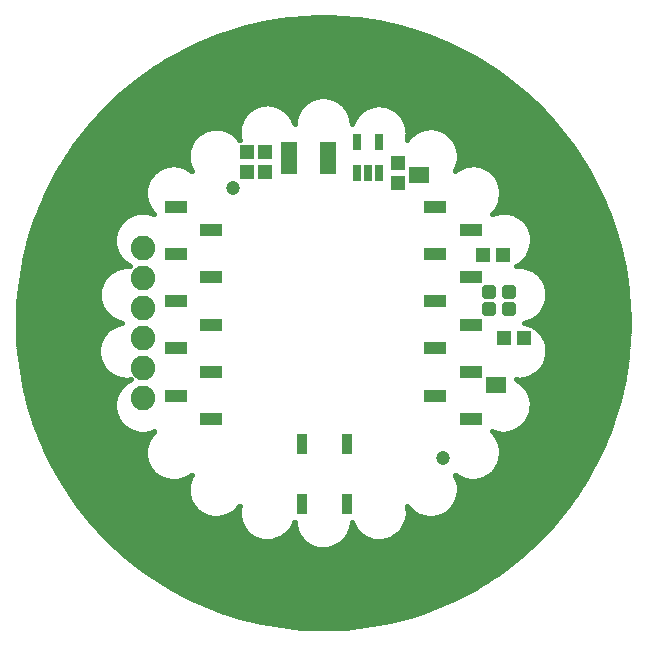
<source format=gbr>
G04 EAGLE Gerber RS-274X export*
G75*
%MOMM*%
%FSLAX34Y34*%
%LPD*%
%INSoldermask Top*%
%IPPOS*%
%AMOC8*
5,1,8,0,0,1.08239X$1,22.5*%
G01*
%ADD10C,0.406400*%
%ADD11C,7.000000*%
%ADD12C,4.267200*%
%ADD13C,0.505344*%
%ADD14R,1.303200X1.203200*%
%ADD15R,1.203200X1.303200*%
%ADD16R,1.403200X2.703200*%
%ADD17R,1.903200X1.053200*%
%ADD18R,0.838200X1.473200*%
%ADD19R,0.753200X1.403200*%
%ADD20C,2.082800*%
%ADD21R,0.965200X1.727200*%
%ADD22C,1.203200*%

G36*
X23Y-248005D02*
X23Y-248005D01*
X100Y-248010D01*
X4082Y-247618D01*
X4173Y-247596D01*
X4239Y-247590D01*
X8112Y-246579D01*
X8198Y-246543D01*
X8262Y-246527D01*
X11929Y-244923D01*
X12008Y-244874D01*
X12069Y-244848D01*
X15440Y-242691D01*
X15511Y-242630D01*
X15567Y-242594D01*
X18559Y-239936D01*
X18619Y-239865D01*
X18669Y-239821D01*
X21208Y-236728D01*
X21257Y-236648D01*
X21299Y-236597D01*
X23323Y-233144D01*
X23359Y-233058D01*
X23392Y-233001D01*
X24851Y-229274D01*
X24873Y-229183D01*
X24898Y-229122D01*
X25756Y-225213D01*
X25763Y-225119D01*
X25777Y-225055D01*
X26013Y-221060D01*
X26003Y-220928D01*
X26004Y-220849D01*
X21630Y-191690D01*
X33257Y-190237D01*
X37222Y-219293D01*
X37258Y-219421D01*
X37272Y-219498D01*
X38619Y-223266D01*
X38663Y-223349D01*
X38685Y-223412D01*
X40605Y-226923D01*
X40661Y-226998D01*
X40692Y-227056D01*
X43138Y-230224D01*
X43205Y-230289D01*
X43245Y-230342D01*
X46157Y-233088D01*
X46233Y-233141D01*
X46281Y-233187D01*
X49586Y-235444D01*
X49670Y-235485D01*
X49725Y-235523D01*
X53342Y-237235D01*
X53432Y-237263D01*
X53491Y-237292D01*
X57332Y-238417D01*
X57424Y-238430D01*
X57488Y-238449D01*
X61457Y-238959D01*
X61551Y-238958D01*
X61616Y-238967D01*
X65617Y-238850D01*
X65709Y-238835D01*
X65775Y-238833D01*
X69708Y-238092D01*
X69824Y-238052D01*
X69899Y-238036D01*
X73612Y-236541D01*
X73693Y-236495D01*
X73754Y-236471D01*
X77187Y-234414D01*
X77260Y-234355D01*
X77317Y-234321D01*
X80386Y-231753D01*
X80449Y-231683D01*
X80500Y-231641D01*
X83130Y-228624D01*
X83181Y-228546D01*
X83225Y-228497D01*
X85350Y-225105D01*
X85388Y-225020D01*
X85424Y-224964D01*
X86992Y-221282D01*
X87017Y-221192D01*
X87043Y-221131D01*
X88017Y-217249D01*
X88027Y-217156D01*
X88043Y-217092D01*
X88397Y-213106D01*
X88393Y-213013D01*
X88399Y-212947D01*
X88125Y-208954D01*
X88106Y-208863D01*
X88102Y-208796D01*
X87207Y-204896D01*
X87160Y-204772D01*
X87139Y-204696D01*
X75320Y-179153D01*
X86292Y-174451D01*
X97797Y-200088D01*
X97868Y-200200D01*
X97903Y-200270D01*
X100260Y-203504D01*
X100325Y-203572D01*
X100363Y-203625D01*
X103197Y-206452D01*
X103272Y-206508D01*
X103318Y-206555D01*
X106559Y-208903D01*
X106642Y-208947D01*
X106695Y-208986D01*
X110264Y-210798D01*
X110352Y-210828D01*
X110411Y-210859D01*
X114219Y-212090D01*
X114311Y-212106D01*
X114374Y-212127D01*
X118327Y-212748D01*
X118421Y-212750D01*
X118486Y-212760D01*
X122488Y-212755D01*
X122581Y-212742D01*
X122647Y-212742D01*
X126599Y-212111D01*
X126688Y-212084D01*
X126754Y-212074D01*
X130559Y-210832D01*
X130643Y-210791D01*
X130706Y-210771D01*
X134269Y-208949D01*
X134370Y-208879D01*
X134437Y-208842D01*
X137576Y-206360D01*
X137641Y-206292D01*
X137693Y-206252D01*
X140406Y-203309D01*
X140420Y-203288D01*
X140426Y-203283D01*
X140463Y-203228D01*
X140504Y-203184D01*
X142723Y-199853D01*
X142764Y-199769D01*
X142801Y-199714D01*
X144472Y-196078D01*
X144499Y-195988D01*
X144527Y-195928D01*
X145608Y-192075D01*
X145621Y-191982D01*
X145639Y-191919D01*
X146104Y-187944D01*
X146102Y-187850D01*
X146110Y-187784D01*
X145948Y-183786D01*
X145932Y-183694D01*
X145929Y-183627D01*
X145144Y-179703D01*
X145113Y-179615D01*
X145100Y-179550D01*
X143711Y-175797D01*
X143666Y-175715D01*
X143644Y-175652D01*
X141684Y-172163D01*
X141603Y-172057D01*
X141562Y-171991D01*
X122977Y-150784D01*
X131857Y-143220D01*
X149884Y-164276D01*
X149983Y-164363D01*
X150037Y-164421D01*
X153211Y-166858D01*
X153277Y-166896D01*
X153290Y-166908D01*
X153310Y-166918D01*
X153344Y-166945D01*
X156861Y-168856D01*
X156948Y-168889D01*
X157006Y-168921D01*
X160778Y-170258D01*
X160870Y-170277D01*
X160932Y-170299D01*
X164867Y-171030D01*
X164960Y-171034D01*
X165025Y-171047D01*
X169026Y-171153D01*
X169119Y-171143D01*
X169185Y-171145D01*
X173153Y-170624D01*
X173244Y-170599D01*
X173309Y-170591D01*
X177147Y-169456D01*
X177232Y-169417D01*
X177296Y-169399D01*
X180909Y-167678D01*
X180987Y-167626D01*
X181047Y-167598D01*
X184346Y-165333D01*
X184415Y-165270D01*
X184470Y-165233D01*
X187374Y-162479D01*
X187451Y-162383D01*
X187504Y-162329D01*
X189816Y-159061D01*
X189858Y-158978D01*
X189897Y-158924D01*
X191669Y-155336D01*
X191698Y-155247D01*
X191728Y-155188D01*
X192916Y-151366D01*
X192931Y-151274D01*
X192951Y-151211D01*
X193527Y-147250D01*
X193528Y-147157D01*
X193538Y-147091D01*
X193487Y-143090D01*
X193473Y-142997D01*
X193473Y-142931D01*
X192797Y-138986D01*
X192768Y-138897D01*
X192758Y-138832D01*
X191473Y-135042D01*
X191431Y-134958D01*
X191410Y-134895D01*
X189549Y-131352D01*
X189494Y-131277D01*
X189464Y-131218D01*
X187071Y-128010D01*
X187005Y-127943D01*
X186966Y-127890D01*
X184101Y-125096D01*
X183994Y-125017D01*
X183935Y-124965D01*
X160598Y-110172D01*
X166693Y-100228D01*
X190119Y-115459D01*
X190239Y-115515D01*
X190307Y-115555D01*
X194040Y-116997D01*
X194131Y-117018D01*
X194193Y-117043D01*
X198106Y-117883D01*
X198199Y-117890D01*
X198263Y-117904D01*
X202260Y-118122D01*
X202353Y-118114D01*
X202419Y-118118D01*
X206400Y-117708D01*
X206491Y-117686D01*
X206557Y-117680D01*
X210425Y-116652D01*
X210511Y-116616D01*
X210575Y-116599D01*
X214235Y-114979D01*
X214298Y-114940D01*
X214339Y-114922D01*
X214344Y-114917D01*
X214375Y-114904D01*
X217736Y-112731D01*
X217807Y-112670D01*
X217862Y-112635D01*
X220842Y-109963D01*
X220903Y-109892D01*
X220952Y-109848D01*
X223478Y-106743D01*
X223526Y-106663D01*
X223568Y-106612D01*
X225577Y-103150D01*
X225623Y-103036D01*
X225659Y-102969D01*
X226954Y-99182D01*
X226972Y-99090D01*
X226994Y-99028D01*
X227680Y-95085D01*
X227683Y-94992D01*
X227695Y-94927D01*
X227756Y-90925D01*
X227744Y-90832D01*
X227746Y-90766D01*
X227180Y-86804D01*
X227154Y-86714D01*
X227145Y-86649D01*
X225967Y-82824D01*
X225927Y-82739D01*
X225908Y-82676D01*
X224146Y-79082D01*
X224094Y-79005D01*
X224065Y-78945D01*
X221763Y-75672D01*
X221699Y-75604D01*
X221661Y-75549D01*
X218875Y-72676D01*
X218801Y-72619D01*
X218755Y-72571D01*
X215554Y-70169D01*
X215472Y-70124D01*
X215419Y-70084D01*
X211882Y-68212D01*
X211757Y-68167D01*
X211686Y-68134D01*
X183921Y-60188D01*
X187271Y-48882D01*
X214901Y-57187D01*
X215032Y-57207D01*
X215108Y-57227D01*
X219096Y-57563D01*
X219189Y-57558D01*
X219255Y-57564D01*
X223247Y-57272D01*
X223338Y-57252D01*
X223404Y-57248D01*
X227301Y-56336D01*
X227388Y-56302D01*
X227453Y-56287D01*
X231159Y-54777D01*
X231240Y-54730D01*
X231301Y-54705D01*
X234725Y-52633D01*
X234798Y-52574D01*
X234855Y-52540D01*
X237913Y-49959D01*
X237975Y-49889D01*
X238026Y-49847D01*
X240642Y-46818D01*
X240693Y-46739D01*
X240737Y-46690D01*
X242847Y-43289D01*
X242885Y-43203D01*
X242920Y-43148D01*
X244473Y-39459D01*
X244497Y-39369D01*
X244523Y-39308D01*
X245479Y-35421D01*
X245481Y-35400D01*
X245482Y-35399D01*
X245482Y-35395D01*
X245491Y-35299D01*
X245508Y-35224D01*
X245687Y-31226D01*
X245678Y-31134D01*
X245678Y-31132D01*
X245682Y-31067D01*
X245680Y-31054D01*
X245566Y-30039D01*
X245566Y-30038D01*
X245234Y-27090D01*
X245210Y-27000D01*
X245204Y-26934D01*
X244139Y-23076D01*
X244102Y-22990D01*
X244085Y-22926D01*
X242430Y-19282D01*
X242380Y-19203D01*
X242353Y-19143D01*
X240149Y-15803D01*
X240087Y-15732D01*
X240051Y-15677D01*
X237351Y-12723D01*
X237279Y-12663D01*
X237234Y-12614D01*
X234106Y-10118D01*
X234025Y-10071D01*
X233974Y-10029D01*
X230493Y-8053D01*
X230406Y-8019D01*
X230349Y-7986D01*
X226602Y-6579D01*
X226511Y-6559D01*
X226449Y-6535D01*
X222529Y-5732D01*
X222396Y-5723D01*
X222319Y-5711D01*
X192499Y-5883D01*
X192499Y5883D01*
X222319Y5711D01*
X222450Y5729D01*
X222529Y5732D01*
X226449Y6535D01*
X226537Y6566D01*
X226602Y6579D01*
X230349Y7986D01*
X230431Y8030D01*
X230493Y8053D01*
X233974Y10029D01*
X234048Y10086D01*
X234106Y10118D01*
X237235Y12613D01*
X237299Y12681D01*
X237351Y12722D01*
X240051Y15677D01*
X240104Y15754D01*
X240149Y15802D01*
X242353Y19143D01*
X242393Y19227D01*
X242430Y19282D01*
X244085Y22926D01*
X244112Y23016D01*
X244139Y23076D01*
X245204Y26934D01*
X245216Y27027D01*
X245234Y27090D01*
X245682Y31067D01*
X245679Y31161D01*
X245687Y31226D01*
X245508Y35224D01*
X245503Y35251D01*
X245503Y35269D01*
X245489Y35323D01*
X245485Y35345D01*
X245479Y35422D01*
X244523Y39308D01*
X244488Y39394D01*
X244473Y39459D01*
X242920Y43148D01*
X242872Y43228D01*
X242847Y43289D01*
X240736Y46689D01*
X240676Y46761D01*
X240642Y46818D01*
X238026Y49846D01*
X237955Y49908D01*
X237912Y49958D01*
X234855Y52540D01*
X234775Y52590D01*
X234725Y52633D01*
X231301Y54705D01*
X231215Y54742D01*
X231159Y54776D01*
X227453Y56287D01*
X227362Y56310D01*
X227301Y56336D01*
X223404Y57248D01*
X223311Y57256D01*
X223247Y57272D01*
X219255Y57564D01*
X219162Y57557D01*
X219096Y57563D01*
X215108Y57227D01*
X214979Y57197D01*
X214901Y57187D01*
X186776Y48733D01*
X183679Y60233D01*
X211986Y68334D01*
X212108Y68388D01*
X212182Y68412D01*
X215720Y70284D01*
X215795Y70339D01*
X215854Y70369D01*
X219055Y72771D01*
X219122Y72837D01*
X219175Y72876D01*
X221961Y75749D01*
X221974Y75767D01*
X221991Y75781D01*
X222027Y75836D01*
X222063Y75872D01*
X224365Y79145D01*
X224408Y79228D01*
X224447Y79282D01*
X226209Y82876D01*
X226238Y82965D01*
X226267Y83024D01*
X227446Y86848D01*
X227461Y86941D01*
X227481Y87004D01*
X228046Y90966D01*
X228046Y91059D01*
X228056Y91125D01*
X227995Y95127D01*
X227981Y95219D01*
X227980Y95285D01*
X227294Y99228D01*
X227265Y99317D01*
X227254Y99382D01*
X225959Y103169D01*
X225936Y103215D01*
X225929Y103244D01*
X225897Y103298D01*
X225877Y103350D01*
X223868Y106812D01*
X223810Y106885D01*
X223778Y106943D01*
X221252Y110048D01*
X221184Y110111D01*
X221142Y110163D01*
X218162Y112834D01*
X218085Y112886D01*
X218036Y112931D01*
X214675Y115103D01*
X214590Y115143D01*
X214534Y115179D01*
X210875Y116799D01*
X210785Y116825D01*
X210725Y116852D01*
X206857Y117879D01*
X206764Y117890D01*
X206700Y117908D01*
X202719Y118318D01*
X202625Y118314D01*
X202560Y118322D01*
X198563Y118104D01*
X198472Y118086D01*
X198406Y118083D01*
X194493Y117242D01*
X194405Y117210D01*
X194340Y117197D01*
X190607Y115755D01*
X190491Y115690D01*
X190419Y115659D01*
X166935Y100390D01*
X160632Y110194D01*
X183935Y124965D01*
X184037Y125051D01*
X184101Y125096D01*
X186966Y127890D01*
X187023Y127964D01*
X187071Y128010D01*
X189464Y131218D01*
X189509Y131300D01*
X189549Y131352D01*
X191411Y134895D01*
X191442Y134983D01*
X191474Y135041D01*
X192758Y138832D01*
X192776Y138924D01*
X192797Y138986D01*
X193473Y142931D01*
X193476Y143024D01*
X193488Y143090D01*
X193538Y147091D01*
X193526Y147184D01*
X193528Y147250D01*
X192952Y151211D01*
X192925Y151301D01*
X192916Y151366D01*
X191728Y155188D01*
X191688Y155272D01*
X191676Y155312D01*
X191673Y155322D01*
X191673Y155323D01*
X191669Y155336D01*
X189897Y158924D01*
X189844Y159002D01*
X189816Y159061D01*
X187504Y162329D01*
X187420Y162418D01*
X187374Y162479D01*
X184470Y165232D01*
X184394Y165287D01*
X184346Y165333D01*
X181047Y167598D01*
X180963Y167640D01*
X180909Y167678D01*
X177296Y169399D01*
X177206Y169427D01*
X177147Y169456D01*
X173309Y170591D01*
X173217Y170605D01*
X173153Y170624D01*
X169185Y171145D01*
X169092Y171144D01*
X169026Y171153D01*
X165025Y171047D01*
X164933Y171031D01*
X164867Y171030D01*
X160932Y170299D01*
X160844Y170269D01*
X160778Y170258D01*
X157006Y168920D01*
X156923Y168877D01*
X156861Y168856D01*
X153344Y166945D01*
X153269Y166889D01*
X153211Y166858D01*
X150037Y164421D01*
X149944Y164326D01*
X149884Y164276D01*
X132069Y143468D01*
X123322Y151206D01*
X141362Y171791D01*
X141435Y171902D01*
X141484Y171963D01*
X143444Y175452D01*
X143478Y175539D01*
X143511Y175597D01*
X144901Y179350D01*
X144920Y179441D01*
X144944Y179503D01*
X145730Y183427D01*
X145733Y183486D01*
X145737Y183498D01*
X145738Y183535D01*
X145749Y183586D01*
X145911Y187584D01*
X145902Y187677D01*
X145905Y187744D01*
X145439Y191719D01*
X145416Y191809D01*
X145409Y191875D01*
X144327Y195728D01*
X144290Y195814D01*
X144272Y195878D01*
X142601Y199514D01*
X142551Y199593D01*
X142524Y199653D01*
X140305Y202984D01*
X140242Y203054D01*
X140206Y203109D01*
X137493Y206052D01*
X137421Y206111D01*
X137376Y206160D01*
X134237Y208642D01*
X134131Y208704D01*
X134069Y208749D01*
X130506Y210571D01*
X130417Y210601D01*
X130359Y210632D01*
X126554Y211874D01*
X126462Y211890D01*
X126399Y211911D01*
X122447Y212542D01*
X122354Y212544D01*
X122288Y212555D01*
X118286Y212560D01*
X118194Y212547D01*
X118127Y212548D01*
X114174Y211927D01*
X114084Y211900D01*
X114019Y211890D01*
X110211Y210658D01*
X110127Y210617D01*
X110064Y210598D01*
X106495Y208786D01*
X106419Y208732D01*
X106359Y208703D01*
X103118Y206355D01*
X103051Y206290D01*
X102997Y206251D01*
X100163Y203425D01*
X100107Y203351D01*
X100060Y203304D01*
X97703Y200070D01*
X97640Y199953D01*
X97597Y199888D01*
X86038Y174131D01*
X75155Y178796D01*
X87139Y204696D01*
X87178Y204823D01*
X87207Y204896D01*
X88102Y208796D01*
X88105Y208828D01*
X88114Y208856D01*
X88115Y208912D01*
X88126Y208954D01*
X88399Y212947D01*
X88393Y213040D01*
X88398Y213106D01*
X88044Y217092D01*
X88022Y217184D01*
X88017Y217249D01*
X87044Y221131D01*
X87008Y221218D01*
X86993Y221282D01*
X85424Y224964D01*
X85376Y225044D01*
X85350Y225106D01*
X83225Y228497D01*
X83165Y228568D01*
X83130Y228625D01*
X80500Y231642D01*
X80430Y231703D01*
X80387Y231753D01*
X77317Y234322D01*
X77238Y234371D01*
X77188Y234414D01*
X73754Y236471D01*
X73668Y236507D01*
X73612Y236542D01*
X69899Y238036D01*
X69780Y238065D01*
X69708Y238092D01*
X65775Y238833D01*
X65682Y238837D01*
X65617Y238850D01*
X61616Y238967D01*
X61523Y238957D01*
X61457Y238959D01*
X57488Y238449D01*
X57398Y238424D01*
X57332Y238416D01*
X53491Y237291D01*
X53406Y237253D01*
X53342Y237235D01*
X49725Y235523D01*
X49647Y235471D01*
X49587Y235444D01*
X46281Y233187D01*
X46212Y233124D01*
X46157Y233087D01*
X43246Y230341D01*
X43187Y230268D01*
X43139Y230223D01*
X40692Y227056D01*
X40646Y226975D01*
X40605Y226923D01*
X38685Y223411D01*
X38652Y223324D01*
X38619Y223266D01*
X37272Y219498D01*
X37252Y219402D01*
X37234Y219345D01*
X37233Y219331D01*
X37222Y219293D01*
X33350Y190916D01*
X21708Y192210D01*
X26004Y220849D01*
X26005Y220982D01*
X26014Y221060D01*
X25778Y225055D01*
X25759Y225147D01*
X25756Y225213D01*
X24898Y229122D01*
X24865Y229210D01*
X24852Y229274D01*
X23393Y233001D01*
X23347Y233083D01*
X23323Y233144D01*
X21299Y236597D01*
X21241Y236670D01*
X21208Y236728D01*
X18669Y239821D01*
X18600Y239885D01*
X18559Y239936D01*
X15567Y242595D01*
X15489Y242646D01*
X15440Y242691D01*
X12069Y244848D01*
X11984Y244887D01*
X11929Y244924D01*
X8262Y246527D01*
X8172Y246553D01*
X8112Y246580D01*
X4239Y247590D01*
X4146Y247601D01*
X4082Y247618D01*
X100Y248010D01*
X8Y248007D01*
X-43Y248007D01*
X-100Y248010D01*
X-4082Y247618D01*
X-4173Y247596D01*
X-4239Y247590D01*
X-8112Y246579D01*
X-8198Y246543D01*
X-8262Y246527D01*
X-11929Y244923D01*
X-12008Y244874D01*
X-12069Y244848D01*
X-15440Y242691D01*
X-15511Y242630D01*
X-15567Y242594D01*
X-18559Y239936D01*
X-18619Y239865D01*
X-18669Y239821D01*
X-21208Y236728D01*
X-21257Y236648D01*
X-21299Y236597D01*
X-23323Y233144D01*
X-23359Y233058D01*
X-23392Y233001D01*
X-24851Y229274D01*
X-24873Y229183D01*
X-24898Y229122D01*
X-25756Y225213D01*
X-25763Y225119D01*
X-25777Y225055D01*
X-26013Y221060D01*
X-26003Y220928D01*
X-26004Y220849D01*
X-21635Y191721D01*
X-33386Y190311D01*
X-37422Y219893D01*
X-37458Y220021D01*
X-37472Y220098D01*
X-38819Y223866D01*
X-38863Y223949D01*
X-38885Y224012D01*
X-40805Y227523D01*
X-40861Y227598D01*
X-40892Y227656D01*
X-43338Y230824D01*
X-43405Y230889D01*
X-43445Y230942D01*
X-46357Y233688D01*
X-46433Y233741D01*
X-46481Y233787D01*
X-49786Y236044D01*
X-49870Y236085D01*
X-49925Y236123D01*
X-53542Y237835D01*
X-53632Y237863D01*
X-53691Y237892D01*
X-57532Y239017D01*
X-57624Y239030D01*
X-57688Y239049D01*
X-61657Y239559D01*
X-61751Y239558D01*
X-61816Y239567D01*
X-65817Y239450D01*
X-65909Y239435D01*
X-65975Y239433D01*
X-69908Y238692D01*
X-70024Y238652D01*
X-70099Y238636D01*
X-73812Y237141D01*
X-73893Y237095D01*
X-73954Y237071D01*
X-77387Y235014D01*
X-77460Y234955D01*
X-77517Y234921D01*
X-80586Y232353D01*
X-80649Y232283D01*
X-80700Y232241D01*
X-83330Y229224D01*
X-83381Y229146D01*
X-83425Y229097D01*
X-85550Y225705D01*
X-85588Y225620D01*
X-85624Y225564D01*
X-87192Y221882D01*
X-87217Y221792D01*
X-87243Y221731D01*
X-88217Y217849D01*
X-88227Y217756D01*
X-88243Y217692D01*
X-88597Y213706D01*
X-88593Y213613D01*
X-88599Y213547D01*
X-88325Y209554D01*
X-88321Y209531D01*
X-88321Y209508D01*
X-88305Y209446D01*
X-88302Y209396D01*
X-87407Y205496D01*
X-87360Y205372D01*
X-87339Y205296D01*
X-75305Y179289D01*
X-86145Y174592D01*
X-97497Y199888D01*
X-97568Y200000D01*
X-97603Y200070D01*
X-99960Y203304D01*
X-100025Y203372D01*
X-100063Y203425D01*
X-102897Y206252D01*
X-102972Y206308D01*
X-103018Y206355D01*
X-106259Y208703D01*
X-106342Y208747D01*
X-106395Y208786D01*
X-109964Y210598D01*
X-110052Y210628D01*
X-110111Y210659D01*
X-113919Y211890D01*
X-114011Y211906D01*
X-114074Y211927D01*
X-118027Y212548D01*
X-118121Y212550D01*
X-118186Y212560D01*
X-122188Y212555D01*
X-122281Y212542D01*
X-122347Y212542D01*
X-126299Y211911D01*
X-126388Y211884D01*
X-126454Y211874D01*
X-130259Y210632D01*
X-130343Y210591D01*
X-130406Y210571D01*
X-133969Y208749D01*
X-134070Y208679D01*
X-134137Y208642D01*
X-137276Y206160D01*
X-137341Y206092D01*
X-137393Y206052D01*
X-140106Y203109D01*
X-140159Y203032D01*
X-140204Y202984D01*
X-142423Y199653D01*
X-142464Y199569D01*
X-142501Y199514D01*
X-144172Y195878D01*
X-144199Y195788D01*
X-144227Y195728D01*
X-145308Y191875D01*
X-145321Y191782D01*
X-145339Y191719D01*
X-145804Y187744D01*
X-145802Y187650D01*
X-145810Y187584D01*
X-145648Y183586D01*
X-145644Y183561D01*
X-145644Y183550D01*
X-145636Y183520D01*
X-145632Y183494D01*
X-145629Y183427D01*
X-144844Y179503D01*
X-144813Y179415D01*
X-144800Y179350D01*
X-143411Y175597D01*
X-143366Y175515D01*
X-143344Y175452D01*
X-141384Y171963D01*
X-141327Y171889D01*
X-141312Y171863D01*
X-141299Y171851D01*
X-141262Y171791D01*
X-122906Y150845D01*
X-131857Y143220D01*
X-149884Y164276D01*
X-149983Y164363D01*
X-150037Y164421D01*
X-153211Y166858D01*
X-153292Y166904D01*
X-153344Y166945D01*
X-156861Y168856D01*
X-156948Y168889D01*
X-157006Y168921D01*
X-160778Y170258D01*
X-160870Y170277D01*
X-160932Y170299D01*
X-164867Y171030D01*
X-164960Y171034D01*
X-165025Y171047D01*
X-169026Y171153D01*
X-169119Y171143D01*
X-169185Y171145D01*
X-173153Y170624D01*
X-173244Y170599D01*
X-173309Y170591D01*
X-177147Y169456D01*
X-177232Y169417D01*
X-177296Y169399D01*
X-180909Y167678D01*
X-180987Y167626D01*
X-181047Y167598D01*
X-184346Y165333D01*
X-184415Y165270D01*
X-184470Y165233D01*
X-187374Y162479D01*
X-187451Y162383D01*
X-187504Y162329D01*
X-189816Y159061D01*
X-189858Y158978D01*
X-189897Y158924D01*
X-191669Y155336D01*
X-191698Y155247D01*
X-191728Y155188D01*
X-192916Y151366D01*
X-192931Y151274D01*
X-192951Y151211D01*
X-193527Y147250D01*
X-193528Y147157D01*
X-193538Y147091D01*
X-193487Y143090D01*
X-193473Y142997D01*
X-193473Y142931D01*
X-192797Y138986D01*
X-192768Y138897D01*
X-192758Y138832D01*
X-191473Y135042D01*
X-191431Y134958D01*
X-191410Y134895D01*
X-189549Y131352D01*
X-189494Y131277D01*
X-189464Y131218D01*
X-187071Y128010D01*
X-187005Y127943D01*
X-186966Y127890D01*
X-184101Y125096D01*
X-183994Y125017D01*
X-183935Y124965D01*
X-160471Y110092D01*
X-166664Y100114D01*
X-190419Y115559D01*
X-190539Y115615D01*
X-190607Y115655D01*
X-194340Y117097D01*
X-194431Y117118D01*
X-194493Y117143D01*
X-198406Y117983D01*
X-198499Y117990D01*
X-198563Y118004D01*
X-202560Y118222D01*
X-202653Y118214D01*
X-202719Y118218D01*
X-206700Y117808D01*
X-206791Y117786D01*
X-206857Y117780D01*
X-210725Y116752D01*
X-210811Y116716D01*
X-210875Y116699D01*
X-214535Y115079D01*
X-214614Y115030D01*
X-214675Y115004D01*
X-218036Y112831D01*
X-218107Y112770D01*
X-218162Y112735D01*
X-221142Y110063D01*
X-221203Y109992D01*
X-221252Y109948D01*
X-223778Y106843D01*
X-223826Y106763D01*
X-223868Y106712D01*
X-225877Y103250D01*
X-225890Y103217D01*
X-225907Y103192D01*
X-225927Y103129D01*
X-225959Y103069D01*
X-227254Y99282D01*
X-227272Y99190D01*
X-227294Y99128D01*
X-227980Y95185D01*
X-227983Y95092D01*
X-227995Y95027D01*
X-228056Y91025D01*
X-228044Y90932D01*
X-228046Y90866D01*
X-227480Y86904D01*
X-227454Y86814D01*
X-227445Y86749D01*
X-226267Y82924D01*
X-226227Y82839D01*
X-226208Y82776D01*
X-224446Y79182D01*
X-224394Y79105D01*
X-224365Y79045D01*
X-222063Y75772D01*
X-222040Y75748D01*
X-222024Y75720D01*
X-221985Y75684D01*
X-221961Y75649D01*
X-219175Y72776D01*
X-219101Y72719D01*
X-219055Y72671D01*
X-215854Y70269D01*
X-215772Y70224D01*
X-215719Y70184D01*
X-212182Y68312D01*
X-212057Y68267D01*
X-211986Y68234D01*
X-183724Y60146D01*
X-187197Y48859D01*
X-214901Y57187D01*
X-215032Y57207D01*
X-215108Y57227D01*
X-219096Y57563D01*
X-219189Y57558D01*
X-219255Y57564D01*
X-223247Y57272D01*
X-223338Y57252D01*
X-223404Y57248D01*
X-227301Y56336D01*
X-227388Y56302D01*
X-227453Y56287D01*
X-231159Y54777D01*
X-231240Y54730D01*
X-231301Y54705D01*
X-234725Y52633D01*
X-234798Y52574D01*
X-234855Y52540D01*
X-237913Y49959D01*
X-237975Y49889D01*
X-238026Y49847D01*
X-240642Y46818D01*
X-240693Y46739D01*
X-240737Y46690D01*
X-242847Y43289D01*
X-242885Y43203D01*
X-242920Y43148D01*
X-244473Y39459D01*
X-244497Y39369D01*
X-244523Y39308D01*
X-245479Y35421D01*
X-245486Y35351D01*
X-245496Y35321D01*
X-245497Y35274D01*
X-245508Y35224D01*
X-245687Y31226D01*
X-245678Y31133D01*
X-245682Y31067D01*
X-245557Y29961D01*
X-245557Y29960D01*
X-245234Y27090D01*
X-245210Y27000D01*
X-245204Y26934D01*
X-244139Y23076D01*
X-244102Y22990D01*
X-244085Y22926D01*
X-242430Y19282D01*
X-242380Y19203D01*
X-242353Y19143D01*
X-240149Y15803D01*
X-240087Y15732D01*
X-240051Y15677D01*
X-237351Y12723D01*
X-237279Y12663D01*
X-237234Y12614D01*
X-234106Y10118D01*
X-234025Y10071D01*
X-233974Y10029D01*
X-230493Y8053D01*
X-230406Y8019D01*
X-230349Y7986D01*
X-226602Y6579D01*
X-226511Y6559D01*
X-226449Y6535D01*
X-222529Y5732D01*
X-222396Y5723D01*
X-222319Y5711D01*
X-192499Y5883D01*
X-192499Y-5985D01*
X-222719Y-5811D01*
X-222850Y-5829D01*
X-222929Y-5832D01*
X-226849Y-6635D01*
X-226937Y-6666D01*
X-227002Y-6679D01*
X-230749Y-8086D01*
X-230831Y-8130D01*
X-230893Y-8153D01*
X-234374Y-10129D01*
X-234448Y-10186D01*
X-234506Y-10218D01*
X-237635Y-12713D01*
X-237699Y-12781D01*
X-237751Y-12822D01*
X-240451Y-15777D01*
X-240504Y-15854D01*
X-240549Y-15902D01*
X-242753Y-19243D01*
X-242793Y-19327D01*
X-242830Y-19382D01*
X-244485Y-23026D01*
X-244512Y-23116D01*
X-244539Y-23176D01*
X-245604Y-27034D01*
X-245616Y-27127D01*
X-245634Y-27190D01*
X-246082Y-31167D01*
X-246079Y-31261D01*
X-246087Y-31326D01*
X-245908Y-35324D01*
X-245889Y-35426D01*
X-245889Y-35447D01*
X-245883Y-35471D01*
X-245879Y-35522D01*
X-244923Y-39408D01*
X-244888Y-39494D01*
X-244873Y-39559D01*
X-243320Y-43248D01*
X-243272Y-43328D01*
X-243247Y-43389D01*
X-241136Y-46789D01*
X-241076Y-46861D01*
X-241042Y-46918D01*
X-238426Y-49946D01*
X-238355Y-50008D01*
X-238312Y-50058D01*
X-235255Y-52640D01*
X-235175Y-52690D01*
X-235125Y-52733D01*
X-231701Y-54805D01*
X-231615Y-54842D01*
X-231559Y-54876D01*
X-227853Y-56387D01*
X-227762Y-56410D01*
X-227701Y-56436D01*
X-223804Y-57348D01*
X-223711Y-57356D01*
X-223647Y-57372D01*
X-219655Y-57664D01*
X-219562Y-57657D01*
X-219496Y-57663D01*
X-215508Y-57327D01*
X-215379Y-57297D01*
X-215301Y-57287D01*
X-186781Y-48714D01*
X-183704Y-60140D01*
X-211986Y-68234D01*
X-212108Y-68288D01*
X-212182Y-68312D01*
X-215720Y-70184D01*
X-215795Y-70239D01*
X-215854Y-70269D01*
X-219055Y-72671D01*
X-219122Y-72737D01*
X-219175Y-72776D01*
X-221961Y-75649D01*
X-222016Y-75725D01*
X-222063Y-75772D01*
X-224365Y-79045D01*
X-224408Y-79128D01*
X-224447Y-79182D01*
X-226209Y-82776D01*
X-226238Y-82865D01*
X-226267Y-82924D01*
X-227446Y-86748D01*
X-227461Y-86841D01*
X-227481Y-86904D01*
X-228046Y-90866D01*
X-228046Y-90959D01*
X-228056Y-91025D01*
X-227995Y-95027D01*
X-227981Y-95119D01*
X-227980Y-95185D01*
X-227294Y-99128D01*
X-227265Y-99217D01*
X-227254Y-99282D01*
X-225959Y-103069D01*
X-225904Y-103179D01*
X-225877Y-103250D01*
X-223868Y-106712D01*
X-223810Y-106785D01*
X-223778Y-106843D01*
X-221252Y-109948D01*
X-221184Y-110011D01*
X-221142Y-110063D01*
X-218162Y-112734D01*
X-218085Y-112786D01*
X-218036Y-112831D01*
X-214675Y-115003D01*
X-214590Y-115043D01*
X-214534Y-115079D01*
X-210875Y-116699D01*
X-210785Y-116725D01*
X-210725Y-116752D01*
X-206857Y-117779D01*
X-206764Y-117790D01*
X-206700Y-117808D01*
X-202719Y-118218D01*
X-202625Y-118214D01*
X-202560Y-118222D01*
X-198563Y-118004D01*
X-198472Y-117986D01*
X-198406Y-117983D01*
X-194493Y-117142D01*
X-194405Y-117110D01*
X-194340Y-117097D01*
X-190607Y-115655D01*
X-190491Y-115590D01*
X-190419Y-115559D01*
X-166980Y-100320D01*
X-160632Y-110194D01*
X-183935Y-124965D01*
X-184037Y-125051D01*
X-184101Y-125096D01*
X-186966Y-127890D01*
X-187023Y-127964D01*
X-187071Y-128010D01*
X-189464Y-131218D01*
X-189509Y-131300D01*
X-189549Y-131352D01*
X-191411Y-134895D01*
X-191442Y-134983D01*
X-191474Y-135041D01*
X-192758Y-138832D01*
X-192776Y-138924D01*
X-192797Y-138986D01*
X-193473Y-142931D01*
X-193476Y-143024D01*
X-193488Y-143090D01*
X-193538Y-147091D01*
X-193526Y-147184D01*
X-193528Y-147250D01*
X-192952Y-151211D01*
X-192925Y-151301D01*
X-192916Y-151366D01*
X-191728Y-155188D01*
X-191695Y-155256D01*
X-191684Y-155301D01*
X-191675Y-155316D01*
X-191669Y-155336D01*
X-189897Y-158924D01*
X-189844Y-159002D01*
X-189816Y-159061D01*
X-187504Y-162329D01*
X-187420Y-162418D01*
X-187374Y-162479D01*
X-184470Y-165232D01*
X-184394Y-165287D01*
X-184346Y-165333D01*
X-181047Y-167598D01*
X-180963Y-167640D01*
X-180909Y-167678D01*
X-177296Y-169399D01*
X-177206Y-169427D01*
X-177147Y-169456D01*
X-173309Y-170591D01*
X-173217Y-170605D01*
X-173153Y-170624D01*
X-169185Y-171145D01*
X-169092Y-171144D01*
X-169026Y-171153D01*
X-165025Y-171047D01*
X-164933Y-171031D01*
X-164867Y-171030D01*
X-160932Y-170299D01*
X-160844Y-170269D01*
X-160778Y-170258D01*
X-157006Y-168920D01*
X-156923Y-168877D01*
X-156861Y-168856D01*
X-153344Y-166945D01*
X-153269Y-166889D01*
X-153211Y-166858D01*
X-150037Y-164421D01*
X-149944Y-164326D01*
X-149884Y-164276D01*
X-132210Y-143633D01*
X-123183Y-151048D01*
X-141362Y-171791D01*
X-141435Y-171902D01*
X-141484Y-171963D01*
X-143444Y-175452D01*
X-143478Y-175539D01*
X-143494Y-175568D01*
X-143497Y-175572D01*
X-143497Y-175574D01*
X-143511Y-175597D01*
X-144901Y-179350D01*
X-144920Y-179441D01*
X-144944Y-179503D01*
X-145730Y-183427D01*
X-145735Y-183521D01*
X-145749Y-183586D01*
X-145911Y-187584D01*
X-145902Y-187677D01*
X-145905Y-187744D01*
X-145439Y-191719D01*
X-145416Y-191809D01*
X-145409Y-191875D01*
X-144327Y-195728D01*
X-144290Y-195814D01*
X-144272Y-195878D01*
X-142601Y-199514D01*
X-142551Y-199593D01*
X-142524Y-199653D01*
X-140305Y-202984D01*
X-140277Y-203015D01*
X-140260Y-203043D01*
X-140232Y-203070D01*
X-140206Y-203109D01*
X-137493Y-206052D01*
X-137421Y-206111D01*
X-137376Y-206160D01*
X-134237Y-208642D01*
X-134131Y-208704D01*
X-134069Y-208749D01*
X-130506Y-210571D01*
X-130417Y-210601D01*
X-130359Y-210632D01*
X-126554Y-211874D01*
X-126462Y-211890D01*
X-126399Y-211911D01*
X-122447Y-212542D01*
X-122354Y-212544D01*
X-122288Y-212555D01*
X-118286Y-212560D01*
X-118194Y-212547D01*
X-118127Y-212548D01*
X-114174Y-211927D01*
X-114084Y-211900D01*
X-114019Y-211890D01*
X-110211Y-210658D01*
X-110127Y-210617D01*
X-110064Y-210598D01*
X-106495Y-208786D01*
X-106419Y-208732D01*
X-106359Y-208703D01*
X-103118Y-206355D01*
X-103051Y-206290D01*
X-102997Y-206251D01*
X-100163Y-203425D01*
X-100107Y-203351D01*
X-100060Y-203304D01*
X-97703Y-200070D01*
X-97640Y-199953D01*
X-97597Y-199888D01*
X-86091Y-174250D01*
X-75276Y-179057D01*
X-87139Y-204696D01*
X-87178Y-204823D01*
X-87207Y-204896D01*
X-88102Y-208796D01*
X-88110Y-208889D01*
X-88126Y-208954D01*
X-88399Y-212947D01*
X-88393Y-213040D01*
X-88398Y-213106D01*
X-88044Y-217092D01*
X-88022Y-217184D01*
X-88017Y-217249D01*
X-87044Y-221131D01*
X-87008Y-221218D01*
X-86993Y-221282D01*
X-85424Y-224964D01*
X-85376Y-225044D01*
X-85350Y-225106D01*
X-83225Y-228497D01*
X-83165Y-228568D01*
X-83130Y-228625D01*
X-80500Y-231642D01*
X-80430Y-231703D01*
X-80387Y-231753D01*
X-77317Y-234322D01*
X-77238Y-234371D01*
X-77188Y-234414D01*
X-73754Y-236471D01*
X-73668Y-236507D01*
X-73612Y-236542D01*
X-69899Y-238036D01*
X-69780Y-238065D01*
X-69708Y-238092D01*
X-65775Y-238833D01*
X-65682Y-238837D01*
X-65617Y-238850D01*
X-61616Y-238967D01*
X-61523Y-238957D01*
X-61457Y-238959D01*
X-57488Y-238449D01*
X-57398Y-238424D01*
X-57332Y-238416D01*
X-53491Y-237291D01*
X-53406Y-237253D01*
X-53342Y-237235D01*
X-49725Y-235523D01*
X-49647Y-235471D01*
X-49587Y-235444D01*
X-46281Y-233187D01*
X-46212Y-233124D01*
X-46157Y-233087D01*
X-43246Y-230341D01*
X-43187Y-230268D01*
X-43139Y-230223D01*
X-40692Y-227056D01*
X-40646Y-226975D01*
X-40605Y-226923D01*
X-38685Y-223411D01*
X-38652Y-223324D01*
X-38619Y-223266D01*
X-37272Y-219498D01*
X-37245Y-219368D01*
X-37222Y-219293D01*
X-33253Y-190207D01*
X-21617Y-191603D01*
X-26004Y-220849D01*
X-26005Y-220982D01*
X-26014Y-221060D01*
X-25778Y-225055D01*
X-25759Y-225147D01*
X-25756Y-225213D01*
X-24898Y-229122D01*
X-24865Y-229210D01*
X-24852Y-229274D01*
X-23393Y-233001D01*
X-23347Y-233083D01*
X-23323Y-233144D01*
X-21299Y-236597D01*
X-21241Y-236670D01*
X-21208Y-236728D01*
X-18669Y-239821D01*
X-18600Y-239885D01*
X-18559Y-239936D01*
X-15567Y-242595D01*
X-15489Y-242646D01*
X-15440Y-242691D01*
X-12069Y-244848D01*
X-11984Y-244887D01*
X-11929Y-244924D01*
X-8262Y-246527D01*
X-8172Y-246553D01*
X-8112Y-246580D01*
X-4239Y-247590D01*
X-4146Y-247601D01*
X-4082Y-247618D01*
X-100Y-248010D01*
X23Y-248005D01*
G37*
%LPC*%
G36*
X-3534Y-189598D02*
X-3534Y-189598D01*
X-6977Y-188755D01*
X-10242Y-187373D01*
X-13244Y-185489D01*
X-15908Y-183150D01*
X-18217Y-180354D01*
X-18219Y-180352D01*
X-18220Y-180351D01*
X-18324Y-180256D01*
X-18395Y-180191D01*
X-18409Y-180178D01*
X-18427Y-180162D01*
X-18429Y-180161D01*
X-18430Y-180160D01*
X-18560Y-180096D01*
X-18682Y-180036D01*
X-18684Y-180036D01*
X-18685Y-180035D01*
X-18826Y-180010D01*
X-18962Y-179985D01*
X-18964Y-179986D01*
X-18965Y-179985D01*
X-19102Y-180000D01*
X-19181Y-180008D01*
X-23092Y-175386D01*
X-23214Y-175265D01*
X-23330Y-175140D01*
X-23372Y-175109D01*
X-23410Y-175072D01*
X-23551Y-174975D01*
X-23688Y-174873D01*
X-23735Y-174849D01*
X-23779Y-174820D01*
X-23935Y-174750D01*
X-24088Y-174673D01*
X-24138Y-174658D01*
X-24186Y-174637D01*
X-24352Y-174596D01*
X-24516Y-174548D01*
X-24569Y-174542D01*
X-24620Y-174530D01*
X-24791Y-174519D01*
X-24961Y-174501D01*
X-25013Y-174505D01*
X-25066Y-174502D01*
X-25236Y-174521D01*
X-25406Y-174534D01*
X-25457Y-174547D01*
X-25509Y-174553D01*
X-25673Y-174603D01*
X-25839Y-174646D01*
X-25887Y-174668D01*
X-25937Y-174683D01*
X-26089Y-174761D01*
X-26244Y-174833D01*
X-26307Y-174873D01*
X-26334Y-174887D01*
X-26363Y-174909D01*
X-26453Y-174966D01*
X-31799Y-178785D01*
X-31835Y-178660D01*
X-31836Y-178658D01*
X-31837Y-178656D01*
X-31914Y-178536D01*
X-31988Y-178420D01*
X-31989Y-178419D01*
X-31990Y-178417D01*
X-32098Y-178323D01*
X-32201Y-178232D01*
X-32203Y-178231D01*
X-32204Y-178230D01*
X-32332Y-178170D01*
X-32458Y-178110D01*
X-32460Y-178110D01*
X-32462Y-178109D01*
X-32598Y-178088D01*
X-32739Y-178065D01*
X-32741Y-178065D01*
X-32742Y-178065D01*
X-32884Y-178082D01*
X-33021Y-178099D01*
X-33023Y-178099D01*
X-33025Y-178100D01*
X-33042Y-178107D01*
X-33283Y-178209D01*
X-33307Y-178229D01*
X-33330Y-178240D01*
X-36331Y-180276D01*
X-39544Y-181773D01*
X-42955Y-182739D01*
X-46476Y-183148D01*
X-50018Y-182991D01*
X-53489Y-182272D01*
X-56801Y-181008D01*
X-59869Y-179232D01*
X-62615Y-176990D01*
X-64968Y-174338D01*
X-66868Y-171346D01*
X-68299Y-168014D01*
X-68300Y-168012D01*
X-68301Y-168010D01*
X-68375Y-167890D01*
X-68447Y-167771D01*
X-68449Y-167769D01*
X-68450Y-167768D01*
X-68553Y-167673D01*
X-68656Y-167578D01*
X-68658Y-167577D01*
X-68659Y-167576D01*
X-68784Y-167514D01*
X-68911Y-167451D01*
X-68913Y-167451D01*
X-68914Y-167450D01*
X-69054Y-167425D01*
X-69190Y-167400D01*
X-69192Y-167400D01*
X-69194Y-167400D01*
X-69336Y-167414D01*
X-69473Y-167428D01*
X-69474Y-167428D01*
X-71689Y-162048D01*
X-71731Y-161967D01*
X-71765Y-161882D01*
X-71834Y-161769D01*
X-71895Y-161652D01*
X-71951Y-161580D01*
X-72000Y-161502D01*
X-72088Y-161403D01*
X-72169Y-161299D01*
X-72237Y-161238D01*
X-72298Y-161170D01*
X-72403Y-161089D01*
X-72501Y-161000D01*
X-72579Y-160952D01*
X-72651Y-160896D01*
X-72769Y-160835D01*
X-72881Y-160765D01*
X-72966Y-160732D01*
X-73048Y-160689D01*
X-73174Y-160650D01*
X-73297Y-160602D01*
X-73386Y-160584D01*
X-73474Y-160557D01*
X-73605Y-160541D01*
X-73735Y-160515D01*
X-73826Y-160513D01*
X-73917Y-160502D01*
X-74049Y-160510D01*
X-74181Y-160507D01*
X-74272Y-160522D01*
X-74363Y-160527D01*
X-74606Y-160575D01*
X-81029Y-162181D01*
X-81036Y-162155D01*
X-81037Y-162154D01*
X-81038Y-162152D01*
X-81113Y-162033D01*
X-81187Y-161915D01*
X-81189Y-161913D01*
X-81190Y-161912D01*
X-81295Y-161818D01*
X-81400Y-161725D01*
X-81401Y-161725D01*
X-81403Y-161723D01*
X-81531Y-161662D01*
X-81656Y-161602D01*
X-81658Y-161602D01*
X-81660Y-161601D01*
X-81798Y-161578D01*
X-81936Y-161555D01*
X-81938Y-161555D01*
X-81940Y-161555D01*
X-81958Y-161558D01*
X-82219Y-161588D01*
X-82247Y-161600D01*
X-82272Y-161603D01*
X-85726Y-162709D01*
X-89231Y-163238D01*
X-92776Y-163202D01*
X-96270Y-162601D01*
X-98448Y-161853D01*
X-99623Y-161450D01*
X-102750Y-159780D01*
X-105570Y-157632D01*
X-108012Y-155062D01*
X-110013Y-152136D01*
X-111522Y-148928D01*
X-112500Y-145521D01*
X-112932Y-141920D01*
X-112933Y-141918D01*
X-112932Y-141916D01*
X-112969Y-141781D01*
X-113005Y-141645D01*
X-113006Y-141644D01*
X-113007Y-141642D01*
X-113079Y-141522D01*
X-113151Y-141402D01*
X-113153Y-141400D01*
X-113154Y-141399D01*
X-113257Y-141303D01*
X-113360Y-141208D01*
X-113361Y-141207D01*
X-113363Y-141206D01*
X-113486Y-141144D01*
X-113613Y-141080D01*
X-113615Y-141079D01*
X-113617Y-141079D01*
X-113752Y-141054D01*
X-113893Y-141027D01*
X-113895Y-141027D01*
X-113897Y-141027D01*
X-114037Y-141040D01*
X-114040Y-141041D01*
X-113511Y-135226D01*
X-113511Y-135162D01*
X-113503Y-135098D01*
X-113511Y-134939D01*
X-113511Y-134780D01*
X-113522Y-134716D01*
X-113525Y-134652D01*
X-113561Y-134497D01*
X-113590Y-134340D01*
X-113612Y-134280D01*
X-113627Y-134217D01*
X-113690Y-134071D01*
X-113746Y-133921D01*
X-113778Y-133866D01*
X-113804Y-133807D01*
X-113892Y-133674D01*
X-113974Y-133537D01*
X-114016Y-133489D01*
X-114051Y-133435D01*
X-114162Y-133320D01*
X-114266Y-133200D01*
X-114316Y-133160D01*
X-114361Y-133113D01*
X-114490Y-133020D01*
X-114614Y-132920D01*
X-114671Y-132889D01*
X-114723Y-132852D01*
X-114867Y-132783D01*
X-115007Y-132707D01*
X-115068Y-132686D01*
X-115126Y-132659D01*
X-115280Y-132616D01*
X-115431Y-132566D01*
X-115495Y-132557D01*
X-115557Y-132540D01*
X-115715Y-132526D01*
X-115873Y-132504D01*
X-115937Y-132506D01*
X-116002Y-132501D01*
X-116249Y-132513D01*
X-123401Y-133228D01*
X-123383Y-133169D01*
X-123345Y-133038D01*
X-123345Y-133037D01*
X-123344Y-133035D01*
X-123344Y-132890D01*
X-123343Y-132754D01*
X-123344Y-132752D01*
X-123344Y-132750D01*
X-123383Y-132614D01*
X-123420Y-132481D01*
X-123421Y-132479D01*
X-123422Y-132477D01*
X-123494Y-132362D01*
X-123571Y-132239D01*
X-123572Y-132238D01*
X-123573Y-132236D01*
X-123678Y-132142D01*
X-123782Y-132049D01*
X-123783Y-132048D01*
X-123785Y-132047D01*
X-123911Y-131986D01*
X-124037Y-131924D01*
X-124039Y-131924D01*
X-124041Y-131923D01*
X-124058Y-131921D01*
X-124317Y-131876D01*
X-124348Y-131879D01*
X-124373Y-131876D01*
X-127999Y-131961D01*
X-131511Y-131479D01*
X-134901Y-130443D01*
X-138083Y-128880D01*
X-138340Y-128698D01*
X-140975Y-126830D01*
X-143502Y-124345D01*
X-145602Y-121488D01*
X-147219Y-118333D01*
X-148312Y-114961D01*
X-148854Y-111458D01*
X-148830Y-107913D01*
X-148228Y-104337D01*
X-148228Y-104335D01*
X-148228Y-104333D01*
X-148225Y-104197D01*
X-148221Y-104052D01*
X-148221Y-104051D01*
X-148221Y-104049D01*
X-148257Y-103915D01*
X-148292Y-103777D01*
X-148293Y-103776D01*
X-148294Y-103774D01*
X-148366Y-103654D01*
X-148437Y-103533D01*
X-148439Y-103532D01*
X-148440Y-103530D01*
X-148543Y-103434D01*
X-148645Y-103338D01*
X-148646Y-103337D01*
X-148648Y-103336D01*
X-148776Y-103271D01*
X-148898Y-103209D01*
X-148899Y-103208D01*
X-148901Y-103207D01*
X-148958Y-103197D01*
X-146651Y-96854D01*
X-146641Y-96817D01*
X-146626Y-96781D01*
X-146584Y-96602D01*
X-146537Y-96422D01*
X-146534Y-96384D01*
X-146525Y-96346D01*
X-146516Y-96162D01*
X-146501Y-95977D01*
X-146505Y-95939D01*
X-146503Y-95900D01*
X-146527Y-95717D01*
X-146545Y-95533D01*
X-146555Y-95495D01*
X-146560Y-95457D01*
X-146617Y-95281D01*
X-146667Y-95103D01*
X-146684Y-95068D01*
X-146696Y-95032D01*
X-146783Y-94868D01*
X-146864Y-94702D01*
X-146887Y-94671D01*
X-146905Y-94637D01*
X-147020Y-94491D01*
X-147129Y-94343D01*
X-147158Y-94316D01*
X-147181Y-94286D01*
X-147320Y-94163D01*
X-147454Y-94036D01*
X-147487Y-94015D01*
X-147516Y-93989D01*
X-147674Y-93893D01*
X-147829Y-93792D01*
X-147864Y-93777D01*
X-147897Y-93757D01*
X-148070Y-93691D01*
X-148240Y-93619D01*
X-148278Y-93611D01*
X-148314Y-93597D01*
X-148496Y-93562D01*
X-148676Y-93522D01*
X-148715Y-93520D01*
X-148753Y-93513D01*
X-149000Y-93501D01*
X-154594Y-93501D01*
X-156113Y-92995D01*
X-156100Y-92950D01*
X-156059Y-92813D01*
X-156059Y-92812D01*
X-156058Y-92810D01*
X-156057Y-92678D01*
X-156055Y-92529D01*
X-156056Y-92527D01*
X-156056Y-92525D01*
X-156094Y-92388D01*
X-156131Y-92255D01*
X-156132Y-92254D01*
X-156133Y-92252D01*
X-156208Y-92130D01*
X-156280Y-92013D01*
X-156282Y-92012D01*
X-156283Y-92010D01*
X-156386Y-91917D01*
X-156490Y-91822D01*
X-156492Y-91821D01*
X-156493Y-91819D01*
X-156510Y-91812D01*
X-156745Y-91696D01*
X-156776Y-91690D01*
X-156799Y-91680D01*
X-160301Y-90739D01*
X-163534Y-89285D01*
X-166494Y-87334D01*
X-169105Y-84936D01*
X-171300Y-82152D01*
X-173023Y-79054D01*
X-174231Y-75721D01*
X-174891Y-72238D01*
X-174988Y-68695D01*
X-174519Y-65181D01*
X-173495Y-61787D01*
X-171908Y-58526D01*
X-171907Y-58524D01*
X-171906Y-58523D01*
X-171864Y-58391D01*
X-171820Y-58256D01*
X-171820Y-58254D01*
X-171820Y-58252D01*
X-171816Y-58113D01*
X-171811Y-57971D01*
X-171812Y-57970D01*
X-171812Y-57968D01*
X-171846Y-57834D01*
X-171881Y-57696D01*
X-171882Y-57694D01*
X-171883Y-57692D01*
X-171956Y-57570D01*
X-172025Y-57451D01*
X-172027Y-57449D01*
X-172028Y-57448D01*
X-172131Y-57351D01*
X-172231Y-57255D01*
X-172233Y-57254D01*
X-172235Y-57253D01*
X-172357Y-57190D01*
X-172484Y-57124D01*
X-172486Y-57124D01*
X-172487Y-57123D01*
X-172623Y-57096D01*
X-172762Y-57068D01*
X-172764Y-57068D01*
X-172766Y-57068D01*
X-172784Y-57070D01*
X-172872Y-57077D01*
X-168119Y-51646D01*
X-168034Y-51528D01*
X-167941Y-51417D01*
X-167903Y-51348D01*
X-167856Y-51285D01*
X-167793Y-51154D01*
X-167722Y-51028D01*
X-167696Y-50953D01*
X-167662Y-50883D01*
X-167623Y-50743D01*
X-167575Y-50606D01*
X-167563Y-50528D01*
X-167542Y-50452D01*
X-167529Y-50308D01*
X-167506Y-50164D01*
X-167508Y-50086D01*
X-167501Y-50007D01*
X-167513Y-49863D01*
X-167517Y-49718D01*
X-167533Y-49641D01*
X-167539Y-49562D01*
X-167577Y-49422D01*
X-167607Y-49280D01*
X-167636Y-49207D01*
X-167657Y-49131D01*
X-167719Y-49000D01*
X-167773Y-48866D01*
X-167815Y-48799D01*
X-167849Y-48728D01*
X-167933Y-48610D01*
X-168011Y-48487D01*
X-168064Y-48429D01*
X-168109Y-48365D01*
X-168214Y-48264D01*
X-168312Y-48157D01*
X-168374Y-48110D01*
X-168431Y-48055D01*
X-168552Y-47974D01*
X-168667Y-47886D01*
X-168771Y-47827D01*
X-168802Y-47807D01*
X-168827Y-47796D01*
X-168882Y-47765D01*
X-175948Y-44232D01*
X-175998Y-44150D01*
X-176074Y-44027D01*
X-176075Y-44025D01*
X-176076Y-44024D01*
X-176089Y-44013D01*
X-176283Y-43834D01*
X-176311Y-43821D01*
X-176330Y-43804D01*
X-179427Y-41918D01*
X-182122Y-39615D01*
X-184416Y-36911D01*
X-186248Y-33877D01*
X-187574Y-30589D01*
X-188359Y-27132D01*
X-188582Y-23594D01*
X-188239Y-20066D01*
X-187337Y-16637D01*
X-185900Y-13397D01*
X-183965Y-10426D01*
X-181527Y-7742D01*
X-181525Y-7741D01*
X-181524Y-7739D01*
X-181446Y-7623D01*
X-181367Y-7507D01*
X-181366Y-7505D01*
X-181365Y-7504D01*
X-181322Y-7371D01*
X-181278Y-7237D01*
X-181278Y-7235D01*
X-181278Y-7233D01*
X-181273Y-7093D01*
X-181268Y-6953D01*
X-181269Y-6951D01*
X-181269Y-6949D01*
X-181303Y-6814D01*
X-181338Y-6677D01*
X-181339Y-6675D01*
X-181339Y-6674D01*
X-181408Y-6557D01*
X-181480Y-6431D01*
X-181482Y-6430D01*
X-181483Y-6428D01*
X-181581Y-6335D01*
X-181686Y-6235D01*
X-181688Y-6234D01*
X-181689Y-6233D01*
X-181814Y-6168D01*
X-181938Y-6103D01*
X-181940Y-6103D01*
X-181941Y-6102D01*
X-181959Y-6099D01*
X-181965Y-6098D01*
X-176500Y-1999D01*
X-176498Y-1997D01*
X-176495Y-1995D01*
X-176338Y-1853D01*
X-176168Y-1701D01*
X-176166Y-1698D01*
X-176164Y-1695D01*
X-176030Y-1522D01*
X-175895Y-1347D01*
X-175893Y-1344D01*
X-175891Y-1341D01*
X-175790Y-1146D01*
X-175689Y-951D01*
X-175688Y-948D01*
X-175686Y-944D01*
X-175622Y-735D01*
X-175556Y-524D01*
X-175556Y-521D01*
X-175555Y-517D01*
X-175529Y-300D01*
X-175502Y-81D01*
X-175502Y-77D01*
X-175502Y-74D01*
X-175515Y144D01*
X-175528Y365D01*
X-175528Y368D01*
X-175529Y372D01*
X-175580Y583D01*
X-175632Y799D01*
X-175633Y803D01*
X-175634Y806D01*
X-175723Y1006D01*
X-175812Y1208D01*
X-175814Y1211D01*
X-175816Y1214D01*
X-175941Y1399D01*
X-176062Y1578D01*
X-176065Y1581D01*
X-176067Y1584D01*
X-176233Y1767D01*
X-180973Y6507D01*
X-180960Y6526D01*
X-180959Y6528D01*
X-180958Y6529D01*
X-180917Y6666D01*
X-180876Y6798D01*
X-180876Y6799D01*
X-180875Y6801D01*
X-180873Y6944D01*
X-180870Y7082D01*
X-180871Y7084D01*
X-180871Y7086D01*
X-180907Y7218D01*
X-180944Y7356D01*
X-180945Y7358D01*
X-180945Y7360D01*
X-180954Y7375D01*
X-181090Y7600D01*
X-181113Y7621D01*
X-181127Y7642D01*
X-183565Y10326D01*
X-185500Y13297D01*
X-186937Y16537D01*
X-187839Y19966D01*
X-188182Y23494D01*
X-187959Y27032D01*
X-187174Y30489D01*
X-185848Y33777D01*
X-184016Y36811D01*
X-181722Y39515D01*
X-179027Y41818D01*
X-175930Y43704D01*
X-175929Y43705D01*
X-175927Y43706D01*
X-175819Y43795D01*
X-175710Y43884D01*
X-175709Y43886D01*
X-175708Y43887D01*
X-175630Y44001D01*
X-175549Y44119D01*
X-175549Y44121D01*
X-175548Y44122D01*
X-175505Y44251D01*
X-175459Y44388D01*
X-175459Y44390D01*
X-175459Y44392D01*
X-175454Y44531D01*
X-175450Y44630D01*
X-169775Y47822D01*
X-169751Y47838D01*
X-169724Y47851D01*
X-169567Y47964D01*
X-169407Y48075D01*
X-169386Y48095D01*
X-169362Y48112D01*
X-169227Y48252D01*
X-169089Y48389D01*
X-169072Y48413D01*
X-169052Y48434D01*
X-168944Y48596D01*
X-168833Y48755D01*
X-168821Y48781D01*
X-168805Y48806D01*
X-168727Y48984D01*
X-168646Y49161D01*
X-168639Y49189D01*
X-168627Y49216D01*
X-168583Y49404D01*
X-168534Y49593D01*
X-168532Y49622D01*
X-168525Y49651D01*
X-168515Y49845D01*
X-168501Y50039D01*
X-168504Y50068D01*
X-168503Y50097D01*
X-168528Y50290D01*
X-168548Y50483D01*
X-168556Y50511D01*
X-168560Y50540D01*
X-168618Y50725D01*
X-168673Y50912D01*
X-168686Y50938D01*
X-168695Y50966D01*
X-168786Y51138D01*
X-168872Y51311D01*
X-168890Y51335D01*
X-168904Y51361D01*
X-169048Y51561D01*
X-172770Y56213D01*
X-173066Y57101D01*
X-172957Y57086D01*
X-172818Y57067D01*
X-172816Y57067D01*
X-172814Y57067D01*
X-172675Y57087D01*
X-172537Y57107D01*
X-172535Y57108D01*
X-172533Y57108D01*
X-172404Y57167D01*
X-172278Y57224D01*
X-172276Y57225D01*
X-172275Y57226D01*
X-172168Y57317D01*
X-172061Y57408D01*
X-172060Y57410D01*
X-172059Y57411D01*
X-171983Y57525D01*
X-171904Y57645D01*
X-171904Y57647D01*
X-171902Y57648D01*
X-171861Y57781D01*
X-171819Y57916D01*
X-171819Y57918D01*
X-171818Y57920D01*
X-171816Y58059D01*
X-171812Y58200D01*
X-171813Y58202D01*
X-171813Y58204D01*
X-171818Y58221D01*
X-171885Y58475D01*
X-171901Y58502D01*
X-171908Y58526D01*
X-173495Y61787D01*
X-174519Y65181D01*
X-174988Y68695D01*
X-174891Y72238D01*
X-174231Y75721D01*
X-173023Y79054D01*
X-171300Y82152D01*
X-169105Y84936D01*
X-166494Y87334D01*
X-163534Y89285D01*
X-160301Y90739D01*
X-156799Y91680D01*
X-156797Y91681D01*
X-156795Y91681D01*
X-156666Y91736D01*
X-156537Y91791D01*
X-156536Y91793D01*
X-156534Y91793D01*
X-156427Y91881D01*
X-156317Y91971D01*
X-156316Y91973D01*
X-156314Y91974D01*
X-156234Y92090D01*
X-156155Y92205D01*
X-156154Y92206D01*
X-156153Y92208D01*
X-156109Y92340D01*
X-156064Y92474D01*
X-156064Y92476D01*
X-156064Y92478D01*
X-156058Y92617D01*
X-156052Y92758D01*
X-156052Y92760D01*
X-156052Y92762D01*
X-156085Y92896D01*
X-156118Y93034D01*
X-156119Y93036D01*
X-156120Y93038D01*
X-156189Y93159D01*
X-156259Y93281D01*
X-156261Y93283D01*
X-156262Y93284D01*
X-156275Y93297D01*
X-156463Y93480D01*
X-156490Y93494D01*
X-156497Y93501D01*
X-149000Y93501D01*
X-148875Y93512D01*
X-148750Y93513D01*
X-148653Y93532D01*
X-148555Y93541D01*
X-148434Y93574D01*
X-148311Y93598D01*
X-148219Y93633D01*
X-148124Y93659D01*
X-148011Y93713D01*
X-147895Y93759D01*
X-147811Y93810D01*
X-147722Y93852D01*
X-147620Y93926D01*
X-147513Y93991D01*
X-147440Y94056D01*
X-147360Y94114D01*
X-147273Y94205D01*
X-147179Y94288D01*
X-147118Y94365D01*
X-147050Y94436D01*
X-146981Y94541D01*
X-146904Y94639D01*
X-146858Y94726D01*
X-146803Y94808D01*
X-146753Y94924D01*
X-146695Y95034D01*
X-146665Y95128D01*
X-146626Y95219D01*
X-146598Y95341D01*
X-146560Y95460D01*
X-146547Y95558D01*
X-146525Y95654D01*
X-146519Y95779D01*
X-146503Y95903D01*
X-146508Y96002D01*
X-146503Y96100D01*
X-146519Y96224D01*
X-146525Y96349D01*
X-146548Y96445D01*
X-146560Y96543D01*
X-146598Y96662D01*
X-146627Y96784D01*
X-146686Y96937D01*
X-146696Y96968D01*
X-146704Y96983D01*
X-146716Y97015D01*
X-149458Y103185D01*
X-149373Y103173D01*
X-149232Y103153D01*
X-149231Y103153D01*
X-149229Y103153D01*
X-149091Y103172D01*
X-148951Y103192D01*
X-148949Y103193D01*
X-148947Y103193D01*
X-148819Y103251D01*
X-148691Y103307D01*
X-148690Y103309D01*
X-148688Y103309D01*
X-148578Y103402D01*
X-148474Y103490D01*
X-148472Y103492D01*
X-148471Y103493D01*
X-148391Y103613D01*
X-148315Y103726D01*
X-148315Y103728D01*
X-148314Y103730D01*
X-148270Y103868D01*
X-148229Y103997D01*
X-148229Y103999D01*
X-148228Y104001D01*
X-148228Y104020D01*
X-148220Y104281D01*
X-148228Y104311D01*
X-148228Y104337D01*
X-148830Y107913D01*
X-148854Y111458D01*
X-148312Y114961D01*
X-147219Y118333D01*
X-145602Y121488D01*
X-143502Y124345D01*
X-140975Y126830D01*
X-138083Y128880D01*
X-134901Y130443D01*
X-131511Y131479D01*
X-127999Y131961D01*
X-124373Y131876D01*
X-124371Y131876D01*
X-124369Y131875D01*
X-124231Y131892D01*
X-124091Y131909D01*
X-124089Y131909D01*
X-124087Y131910D01*
X-123961Y131963D01*
X-123829Y132019D01*
X-123827Y132020D01*
X-123826Y132021D01*
X-123714Y132111D01*
X-123608Y132197D01*
X-123606Y132199D01*
X-123605Y132200D01*
X-123523Y132317D01*
X-123444Y132430D01*
X-123444Y132432D01*
X-123443Y132434D01*
X-123398Y132566D01*
X-123352Y132699D01*
X-123352Y132701D01*
X-123351Y132703D01*
X-123345Y132845D01*
X-123338Y132983D01*
X-123339Y132985D01*
X-123339Y132987D01*
X-123371Y133122D01*
X-123403Y133260D01*
X-123404Y133261D01*
X-123405Y133263D01*
X-123414Y133278D01*
X-123543Y133507D01*
X-123565Y133529D01*
X-123578Y133551D01*
X-123708Y133703D01*
X-116718Y131606D01*
X-116615Y131585D01*
X-116514Y131554D01*
X-116397Y131540D01*
X-116281Y131517D01*
X-116175Y131514D01*
X-116071Y131502D01*
X-115952Y131509D01*
X-115834Y131506D01*
X-115730Y131523D01*
X-115625Y131529D01*
X-115510Y131557D01*
X-115393Y131576D01*
X-115293Y131610D01*
X-115191Y131635D01*
X-115083Y131684D01*
X-114971Y131723D01*
X-114879Y131774D01*
X-114783Y131817D01*
X-114685Y131884D01*
X-114582Y131942D01*
X-114501Y132009D01*
X-114414Y132069D01*
X-114329Y132152D01*
X-114238Y132227D01*
X-114170Y132308D01*
X-114095Y132382D01*
X-114027Y132479D01*
X-113951Y132569D01*
X-113898Y132661D01*
X-113838Y132747D01*
X-113788Y132854D01*
X-113729Y132957D01*
X-113694Y133056D01*
X-113649Y133152D01*
X-113619Y133266D01*
X-113579Y133378D01*
X-113562Y133482D01*
X-113536Y133584D01*
X-113526Y133702D01*
X-113507Y133819D01*
X-113509Y133924D01*
X-113501Y134029D01*
X-113515Y134255D01*
X-113515Y134266D01*
X-113516Y134269D01*
X-113516Y134276D01*
X-114278Y141136D01*
X-114253Y141125D01*
X-114130Y141068D01*
X-114128Y141068D01*
X-114126Y141067D01*
X-113986Y141046D01*
X-113849Y141026D01*
X-113847Y141026D01*
X-113845Y141026D01*
X-113707Y141045D01*
X-113567Y141063D01*
X-113565Y141064D01*
X-113563Y141064D01*
X-113437Y141120D01*
X-113306Y141177D01*
X-113305Y141179D01*
X-113303Y141179D01*
X-113197Y141268D01*
X-113088Y141359D01*
X-113087Y141361D01*
X-113085Y141362D01*
X-113008Y141477D01*
X-112928Y141595D01*
X-112928Y141596D01*
X-112927Y141598D01*
X-112921Y141615D01*
X-112840Y141865D01*
X-112839Y141896D01*
X-112832Y141920D01*
X-112400Y145521D01*
X-111422Y148928D01*
X-109913Y152136D01*
X-107912Y155062D01*
X-105470Y157632D01*
X-102650Y159780D01*
X-99523Y161450D01*
X-96170Y162601D01*
X-92676Y163202D01*
X-89131Y163238D01*
X-85626Y162709D01*
X-82172Y161603D01*
X-82170Y161603D01*
X-82169Y161602D01*
X-82028Y161579D01*
X-81892Y161555D01*
X-81890Y161556D01*
X-81888Y161555D01*
X-81747Y161572D01*
X-81610Y161587D01*
X-81608Y161588D01*
X-81606Y161588D01*
X-81478Y161642D01*
X-81347Y161696D01*
X-81345Y161697D01*
X-81344Y161698D01*
X-81236Y161784D01*
X-81125Y161873D01*
X-81123Y161875D01*
X-81122Y161876D01*
X-81042Y161989D01*
X-80977Y162082D01*
X-75363Y159274D01*
X-75252Y159230D01*
X-75144Y159176D01*
X-75023Y159138D01*
X-74905Y159090D01*
X-74788Y159064D01*
X-74673Y159028D01*
X-74548Y159010D01*
X-74424Y158982D01*
X-74304Y158975D01*
X-74185Y158958D01*
X-74058Y158961D01*
X-73931Y158954D01*
X-73812Y158966D01*
X-73692Y158968D01*
X-73567Y158991D01*
X-73441Y159005D01*
X-73325Y159036D01*
X-73207Y159058D01*
X-73087Y159101D01*
X-72965Y159134D01*
X-72855Y159184D01*
X-72742Y159224D01*
X-72631Y159286D01*
X-72516Y159339D01*
X-72416Y159406D01*
X-72311Y159464D01*
X-72211Y159543D01*
X-72106Y159613D01*
X-72018Y159695D01*
X-71924Y159770D01*
X-71838Y159863D01*
X-71745Y159950D01*
X-71672Y160045D01*
X-71591Y160134D01*
X-71522Y160240D01*
X-71444Y160341D01*
X-71387Y160446D01*
X-71321Y160547D01*
X-71270Y160663D01*
X-71210Y160775D01*
X-71171Y160888D01*
X-71122Y160998D01*
X-71102Y161087D01*
X-71049Y161241D01*
X-70991Y161579D01*
X-70971Y161664D01*
X-70224Y168388D01*
X-70199Y168349D01*
X-70198Y168348D01*
X-70197Y168346D01*
X-70091Y168255D01*
X-69985Y168163D01*
X-69983Y168162D01*
X-69982Y168161D01*
X-69853Y168101D01*
X-69727Y168043D01*
X-69725Y168043D01*
X-69723Y168042D01*
X-69585Y168021D01*
X-69446Y167999D01*
X-69444Y167999D01*
X-69442Y167999D01*
X-69302Y168017D01*
X-69164Y168035D01*
X-69162Y168036D01*
X-69160Y168036D01*
X-69029Y168093D01*
X-68903Y168148D01*
X-68902Y168149D01*
X-68900Y168150D01*
X-68791Y168240D01*
X-68684Y168329D01*
X-68683Y168330D01*
X-68681Y168331D01*
X-68671Y168347D01*
X-68523Y168563D01*
X-68513Y168592D01*
X-68499Y168614D01*
X-67068Y171946D01*
X-65168Y174938D01*
X-62815Y177590D01*
X-60069Y179832D01*
X-57001Y181608D01*
X-53689Y182872D01*
X-50218Y183591D01*
X-46676Y183748D01*
X-43155Y183339D01*
X-39744Y182373D01*
X-36531Y180876D01*
X-33530Y178840D01*
X-33528Y178839D01*
X-33527Y178837D01*
X-33399Y178775D01*
X-33274Y178714D01*
X-33273Y178714D01*
X-33271Y178713D01*
X-33132Y178689D01*
X-32994Y178665D01*
X-32993Y178665D01*
X-32991Y178665D01*
X-32854Y178680D01*
X-32712Y178695D01*
X-32710Y178696D01*
X-32708Y178696D01*
X-32581Y178748D01*
X-32449Y178802D01*
X-32447Y178804D01*
X-32445Y178804D01*
X-32337Y178890D01*
X-32225Y178979D01*
X-32224Y178980D01*
X-32223Y178981D01*
X-32142Y179096D01*
X-32060Y179210D01*
X-32059Y179211D01*
X-32058Y179213D01*
X-32027Y179302D01*
X-26286Y175857D01*
X-26213Y175822D01*
X-26145Y175778D01*
X-26012Y175725D01*
X-25884Y175662D01*
X-25806Y175641D01*
X-25731Y175610D01*
X-25591Y175581D01*
X-25454Y175542D01*
X-25373Y175535D01*
X-25294Y175518D01*
X-25151Y175514D01*
X-25009Y175501D01*
X-24928Y175508D01*
X-24847Y175505D01*
X-24706Y175527D01*
X-24564Y175539D01*
X-24486Y175560D01*
X-24406Y175572D01*
X-24271Y175619D01*
X-24133Y175656D01*
X-24059Y175691D01*
X-23983Y175717D01*
X-23858Y175787D01*
X-23729Y175848D01*
X-23664Y175895D01*
X-23593Y175935D01*
X-23483Y176025D01*
X-23366Y176109D01*
X-23310Y176167D01*
X-23248Y176218D01*
X-23080Y176400D01*
X-19782Y180358D01*
X-19769Y180338D01*
X-19768Y180336D01*
X-19767Y180335D01*
X-19660Y180242D01*
X-19556Y180150D01*
X-19554Y180149D01*
X-19552Y180148D01*
X-19424Y180089D01*
X-19298Y180030D01*
X-19296Y180029D01*
X-19295Y180028D01*
X-19155Y180007D01*
X-19017Y179985D01*
X-19016Y179985D01*
X-19014Y179985D01*
X-18877Y180002D01*
X-18735Y180020D01*
X-18734Y180021D01*
X-18732Y180021D01*
X-18607Y180075D01*
X-18474Y180132D01*
X-18472Y180133D01*
X-18471Y180134D01*
X-18458Y180145D01*
X-18254Y180312D01*
X-18236Y180337D01*
X-18217Y180354D01*
X-15908Y183150D01*
X-13244Y185489D01*
X-10242Y187373D01*
X-6977Y188755D01*
X-3534Y189598D01*
X0Y189882D01*
X3534Y189598D01*
X6977Y188755D01*
X10242Y187373D01*
X13244Y185489D01*
X15908Y183150D01*
X18217Y180354D01*
X18219Y180352D01*
X18220Y180351D01*
X18324Y180256D01*
X18427Y180162D01*
X18429Y180161D01*
X18430Y180160D01*
X18560Y180096D01*
X18682Y180036D01*
X18684Y180036D01*
X18685Y180035D01*
X18826Y180010D01*
X18962Y179985D01*
X18964Y179986D01*
X18965Y179985D01*
X19102Y180000D01*
X19244Y180015D01*
X19246Y180015D01*
X19248Y180016D01*
X19376Y180068D01*
X19508Y180121D01*
X19510Y180122D01*
X19511Y180123D01*
X19619Y180208D01*
X19732Y180296D01*
X19733Y180298D01*
X19734Y180299D01*
X19750Y180321D01*
X22147Y173930D01*
X22199Y173818D01*
X22243Y173703D01*
X22304Y173595D01*
X22357Y173484D01*
X22427Y173382D01*
X22488Y173275D01*
X22566Y173179D01*
X22636Y173077D01*
X22722Y172988D01*
X22799Y172892D01*
X22892Y172810D01*
X22977Y172721D01*
X23076Y172647D01*
X23168Y172565D01*
X23273Y172499D01*
X23372Y172424D01*
X23481Y172367D01*
X23585Y172301D01*
X23699Y172253D01*
X23809Y172195D01*
X23926Y172156D01*
X24040Y172108D01*
X24160Y172079D01*
X24277Y172040D01*
X24399Y172020D01*
X24519Y171991D01*
X24642Y171981D01*
X24764Y171962D01*
X24888Y171962D01*
X25011Y171953D01*
X25134Y171963D01*
X25257Y171964D01*
X25379Y171984D01*
X25502Y171994D01*
X25622Y172025D01*
X25744Y172045D01*
X25861Y172085D01*
X25981Y172115D01*
X26094Y172164D01*
X26211Y172204D01*
X26320Y172262D01*
X26433Y172311D01*
X26537Y172378D01*
X26646Y172436D01*
X26744Y172511D01*
X26848Y172577D01*
X26913Y172639D01*
X27039Y172735D01*
X27281Y172992D01*
X27341Y173049D01*
X31914Y178537D01*
X31914Y178536D01*
X31988Y178420D01*
X31989Y178419D01*
X31990Y178417D01*
X32098Y178323D01*
X32201Y178232D01*
X32203Y178231D01*
X32204Y178230D01*
X32332Y178170D01*
X32458Y178110D01*
X32460Y178110D01*
X32462Y178109D01*
X32598Y178088D01*
X32739Y178065D01*
X32741Y178065D01*
X32742Y178065D01*
X32884Y178082D01*
X33021Y178099D01*
X33023Y178099D01*
X33025Y178100D01*
X33042Y178107D01*
X33283Y178209D01*
X33307Y178229D01*
X33330Y178240D01*
X36331Y180276D01*
X39544Y181773D01*
X42955Y182739D01*
X46476Y183148D01*
X50018Y182991D01*
X53489Y182272D01*
X56801Y181008D01*
X59869Y179232D01*
X62615Y176990D01*
X64968Y174338D01*
X66868Y171346D01*
X68299Y168014D01*
X68300Y168012D01*
X68301Y168010D01*
X68375Y167890D01*
X68447Y167771D01*
X68449Y167769D01*
X68450Y167768D01*
X68553Y167673D01*
X68656Y167578D01*
X68658Y167577D01*
X68659Y167576D01*
X68784Y167514D01*
X68911Y167451D01*
X68913Y167451D01*
X68914Y167450D01*
X69054Y167425D01*
X69165Y167405D01*
X71739Y161936D01*
X71754Y161910D01*
X71765Y161882D01*
X71866Y161717D01*
X71964Y161550D01*
X71984Y161527D01*
X72000Y161502D01*
X72129Y161358D01*
X72255Y161211D01*
X72278Y161192D01*
X72298Y161170D01*
X72451Y161051D01*
X72601Y160929D01*
X72627Y160914D01*
X72651Y160896D01*
X72823Y160806D01*
X72992Y160713D01*
X73021Y160703D01*
X73048Y160689D01*
X73233Y160632D01*
X73415Y160570D01*
X73445Y160566D01*
X73474Y160557D01*
X73666Y160533D01*
X73857Y160505D01*
X73888Y160506D01*
X73917Y160502D01*
X74110Y160513D01*
X74304Y160519D01*
X74333Y160526D01*
X74363Y160527D01*
X74606Y160575D01*
X81029Y162181D01*
X81036Y162155D01*
X81037Y162154D01*
X81038Y162152D01*
X81113Y162033D01*
X81187Y161915D01*
X81189Y161913D01*
X81190Y161912D01*
X81295Y161818D01*
X81400Y161725D01*
X81401Y161725D01*
X81403Y161723D01*
X81531Y161662D01*
X81656Y161602D01*
X81658Y161602D01*
X81660Y161601D01*
X81798Y161578D01*
X81936Y161555D01*
X81938Y161555D01*
X81940Y161555D01*
X81958Y161558D01*
X82219Y161588D01*
X82247Y161600D01*
X82272Y161603D01*
X85726Y162709D01*
X89231Y163238D01*
X92776Y163202D01*
X96270Y162601D01*
X96850Y162402D01*
X99623Y161450D01*
X102750Y159780D01*
X105570Y157632D01*
X108012Y155062D01*
X110013Y152136D01*
X111522Y148928D01*
X112500Y145521D01*
X112932Y141920D01*
X112933Y141918D01*
X112932Y141916D01*
X112969Y141781D01*
X113005Y141645D01*
X113006Y141644D01*
X113007Y141642D01*
X113079Y141522D01*
X113151Y141402D01*
X113153Y141400D01*
X113154Y141399D01*
X113257Y141303D01*
X113360Y141208D01*
X113361Y141207D01*
X113363Y141206D01*
X113486Y141144D01*
X113613Y141080D01*
X113615Y141079D01*
X113617Y141079D01*
X113752Y141054D01*
X113893Y141027D01*
X113895Y141027D01*
X113897Y141027D01*
X114037Y141040D01*
X114176Y141054D01*
X114177Y141054D01*
X114179Y141054D01*
X114311Y141107D01*
X114440Y141158D01*
X114442Y141159D01*
X114444Y141159D01*
X114458Y141171D01*
X114501Y141204D01*
X114501Y135000D01*
X114508Y134922D01*
X114506Y134844D01*
X114528Y134700D01*
X114541Y134555D01*
X114561Y134480D01*
X114573Y134402D01*
X114620Y134265D01*
X114659Y134124D01*
X114693Y134054D01*
X114718Y133980D01*
X114789Y133853D01*
X114852Y133722D01*
X114898Y133658D01*
X114936Y133590D01*
X115029Y133478D01*
X115114Y133360D01*
X115171Y133306D01*
X115220Y133245D01*
X115332Y133151D01*
X115436Y133050D01*
X115502Y133007D01*
X115561Y132956D01*
X115687Y132884D01*
X115808Y132803D01*
X115880Y132772D01*
X115948Y132733D01*
X116085Y132684D01*
X116219Y132626D01*
X116295Y132608D01*
X116368Y132582D01*
X116512Y132558D01*
X116654Y132525D01*
X116732Y132521D01*
X116809Y132508D01*
X116955Y132510D01*
X117100Y132503D01*
X117177Y132513D01*
X117256Y132514D01*
X117399Y132542D01*
X117543Y132560D01*
X117617Y132584D01*
X117694Y132599D01*
X117928Y132680D01*
X122267Y134415D01*
X124049Y134101D01*
X123578Y133551D01*
X123577Y133549D01*
X123576Y133548D01*
X123500Y133428D01*
X123425Y133311D01*
X123425Y133309D01*
X123424Y133308D01*
X123383Y133169D01*
X123345Y133038D01*
X123345Y133037D01*
X123344Y133035D01*
X123344Y132890D01*
X123343Y132754D01*
X123344Y132752D01*
X123344Y132750D01*
X123383Y132614D01*
X123420Y132481D01*
X123421Y132479D01*
X123422Y132477D01*
X123496Y132359D01*
X123571Y132239D01*
X123572Y132238D01*
X123573Y132236D01*
X123678Y132142D01*
X123782Y132049D01*
X123783Y132048D01*
X123785Y132047D01*
X123911Y131986D01*
X124037Y131924D01*
X124039Y131924D01*
X124041Y131923D01*
X124058Y131921D01*
X124317Y131876D01*
X124348Y131879D01*
X124373Y131876D01*
X127999Y131961D01*
X131511Y131479D01*
X134901Y130443D01*
X138083Y128880D01*
X138310Y128719D01*
X139742Y127704D01*
X140975Y126830D01*
X143502Y124345D01*
X145602Y121488D01*
X147219Y118333D01*
X148312Y114961D01*
X148854Y111458D01*
X148830Y107913D01*
X148228Y104337D01*
X148228Y104335D01*
X148228Y104333D01*
X148225Y104197D01*
X148221Y104052D01*
X148221Y104051D01*
X148221Y104049D01*
X148257Y103915D01*
X148292Y103777D01*
X148293Y103776D01*
X148294Y103774D01*
X148366Y103654D01*
X148437Y103533D01*
X148439Y103532D01*
X148440Y103530D01*
X148543Y103434D01*
X148645Y103338D01*
X148646Y103337D01*
X148648Y103336D01*
X148776Y103271D01*
X148898Y103209D01*
X148899Y103208D01*
X148901Y103207D01*
X149039Y103181D01*
X149177Y103154D01*
X149179Y103154D01*
X149180Y103154D01*
X149320Y103167D01*
X149424Y103176D01*
X147629Y97790D01*
X147609Y97705D01*
X147579Y97622D01*
X147557Y97488D01*
X147526Y97356D01*
X147522Y97268D01*
X147507Y97181D01*
X147510Y97045D01*
X147502Y96910D01*
X147513Y96822D01*
X147515Y96735D01*
X147541Y96601D01*
X147558Y96466D01*
X147585Y96383D01*
X147602Y96296D01*
X147652Y96170D01*
X147692Y96040D01*
X147733Y95962D01*
X147765Y95881D01*
X147837Y95765D01*
X147900Y95645D01*
X147954Y95576D01*
X148000Y95501D01*
X148091Y95400D01*
X148175Y95293D01*
X148240Y95234D01*
X148299Y95169D01*
X148407Y95086D01*
X148508Y94995D01*
X148583Y94949D01*
X148652Y94895D01*
X148773Y94832D01*
X148889Y94761D01*
X148970Y94730D01*
X149049Y94689D01*
X149282Y94606D01*
X156072Y92569D01*
X156094Y92488D01*
X156131Y92355D01*
X156132Y92354D01*
X156133Y92352D01*
X156208Y92230D01*
X156280Y92113D01*
X156282Y92112D01*
X156283Y92110D01*
X156386Y92017D01*
X156490Y91922D01*
X156492Y91921D01*
X156493Y91919D01*
X156510Y91912D01*
X156745Y91796D01*
X156776Y91790D01*
X156799Y91780D01*
X160301Y90839D01*
X163534Y89385D01*
X166494Y87434D01*
X169105Y85036D01*
X171300Y82252D01*
X173023Y79154D01*
X174231Y75821D01*
X174891Y72338D01*
X174988Y68795D01*
X174519Y65281D01*
X173495Y61887D01*
X171908Y58626D01*
X171907Y58624D01*
X171906Y58623D01*
X171864Y58491D01*
X171820Y58356D01*
X171820Y58354D01*
X171820Y58352D01*
X171816Y58213D01*
X171811Y58071D01*
X171812Y58070D01*
X171812Y58068D01*
X171846Y57934D01*
X171881Y57796D01*
X171882Y57794D01*
X171883Y57792D01*
X171956Y57670D01*
X172025Y57551D01*
X172027Y57549D01*
X172028Y57548D01*
X172131Y57451D01*
X172231Y57355D01*
X172233Y57354D01*
X172235Y57353D01*
X172357Y57290D01*
X172484Y57224D01*
X172486Y57224D01*
X172487Y57223D01*
X172623Y57196D01*
X172762Y57168D01*
X172764Y57168D01*
X172766Y57168D01*
X172784Y57170D01*
X172788Y57170D01*
X169857Y52286D01*
X169852Y52276D01*
X169845Y52266D01*
X169754Y52074D01*
X169662Y51884D01*
X169659Y51873D01*
X169654Y51863D01*
X169599Y51657D01*
X169542Y51454D01*
X169541Y51442D01*
X169538Y51431D01*
X169520Y51220D01*
X169501Y51009D01*
X169502Y50997D01*
X169501Y50986D01*
X169521Y50775D01*
X169539Y50564D01*
X169542Y50553D01*
X169543Y50542D01*
X169601Y50337D01*
X169656Y50133D01*
X169661Y50122D01*
X169664Y50111D01*
X169757Y49921D01*
X169848Y49729D01*
X169855Y49720D01*
X169860Y49710D01*
X169985Y49539D01*
X170109Y49366D01*
X170117Y49359D01*
X170123Y49349D01*
X170277Y49203D01*
X170430Y49056D01*
X170439Y49049D01*
X170447Y49042D01*
X170649Y48898D01*
X175992Y45463D01*
X175908Y45424D01*
X175906Y45423D01*
X175905Y45422D01*
X175799Y45330D01*
X175693Y45238D01*
X175692Y45237D01*
X175690Y45235D01*
X175613Y45116D01*
X175538Y45000D01*
X175537Y44998D01*
X175536Y44996D01*
X175495Y44859D01*
X175455Y44728D01*
X175455Y44726D01*
X175454Y44724D01*
X175453Y44584D01*
X175451Y44444D01*
X175451Y44442D01*
X175451Y44440D01*
X175488Y44306D01*
X175526Y44169D01*
X175527Y44168D01*
X175527Y44166D01*
X175598Y44050D01*
X175674Y43927D01*
X175675Y43925D01*
X175676Y43924D01*
X175689Y43913D01*
X175883Y43734D01*
X175911Y43721D01*
X175930Y43704D01*
X179027Y41818D01*
X181722Y39515D01*
X184016Y36811D01*
X185848Y33777D01*
X187174Y30489D01*
X187959Y27032D01*
X188182Y23494D01*
X187839Y19966D01*
X186937Y16537D01*
X185500Y13297D01*
X183565Y10326D01*
X181127Y7642D01*
X181125Y7641D01*
X181124Y7639D01*
X181046Y7523D01*
X180967Y7407D01*
X180966Y7405D01*
X180965Y7404D01*
X180922Y7271D01*
X180878Y7137D01*
X180878Y7135D01*
X180878Y7133D01*
X180873Y6993D01*
X180868Y6853D01*
X180869Y6851D01*
X180869Y6849D01*
X180903Y6714D01*
X180938Y6577D01*
X180939Y6575D01*
X180939Y6574D01*
X180976Y6511D01*
X176233Y1767D01*
X176166Y1687D01*
X176092Y1614D01*
X176023Y1516D01*
X175946Y1424D01*
X175895Y1334D01*
X175835Y1248D01*
X175785Y1140D01*
X175726Y1036D01*
X175691Y938D01*
X175647Y843D01*
X175617Y727D01*
X175578Y615D01*
X175561Y512D01*
X175535Y411D01*
X175526Y292D01*
X175507Y174D01*
X175509Y69D01*
X175501Y-35D01*
X175513Y-154D01*
X175516Y-273D01*
X175536Y-375D01*
X175547Y-479D01*
X175580Y-594D01*
X175604Y-711D01*
X175642Y-808D01*
X175672Y-908D01*
X175725Y-1015D01*
X175769Y-1126D01*
X175824Y-1215D01*
X175870Y-1308D01*
X175942Y-1404D01*
X176005Y-1505D01*
X176075Y-1582D01*
X176137Y-1666D01*
X176298Y-1829D01*
X176305Y-1836D01*
X176307Y-1838D01*
X176311Y-1842D01*
X181140Y-6268D01*
X181116Y-6288D01*
X181115Y-6290D01*
X181114Y-6291D01*
X181038Y-6407D01*
X180960Y-6526D01*
X180959Y-6528D01*
X180958Y-6529D01*
X180917Y-6666D01*
X180876Y-6798D01*
X180876Y-6799D01*
X180875Y-6801D01*
X180873Y-6944D01*
X180870Y-7082D01*
X180871Y-7084D01*
X180871Y-7086D01*
X180907Y-7218D01*
X180944Y-7356D01*
X180945Y-7358D01*
X180945Y-7360D01*
X180954Y-7375D01*
X181090Y-7600D01*
X181113Y-7621D01*
X181127Y-7642D01*
X183565Y-10326D01*
X185500Y-13297D01*
X186937Y-16537D01*
X187839Y-19966D01*
X188182Y-23494D01*
X187959Y-27032D01*
X187174Y-30489D01*
X185848Y-33777D01*
X184016Y-36811D01*
X181722Y-39515D01*
X179027Y-41818D01*
X175930Y-43704D01*
X175929Y-43705D01*
X175927Y-43706D01*
X175819Y-43795D01*
X175710Y-43884D01*
X175709Y-43886D01*
X175708Y-43887D01*
X175630Y-44001D01*
X175549Y-44119D01*
X175549Y-44121D01*
X175548Y-44122D01*
X175504Y-44254D01*
X175459Y-44388D01*
X175459Y-44390D01*
X175459Y-44392D01*
X175453Y-44536D01*
X175448Y-44672D01*
X175448Y-44674D01*
X175448Y-44676D01*
X175482Y-44811D01*
X175516Y-44949D01*
X175517Y-44950D01*
X175517Y-44952D01*
X175527Y-44969D01*
X174045Y-45858D01*
X170714Y-47857D01*
X170664Y-47893D01*
X170610Y-47923D01*
X170484Y-48025D01*
X170353Y-48120D01*
X170311Y-48165D01*
X170262Y-48204D01*
X170157Y-48326D01*
X170045Y-48443D01*
X170011Y-48495D01*
X169970Y-48542D01*
X169888Y-48681D01*
X169799Y-48816D01*
X169775Y-48873D01*
X169743Y-48926D01*
X169687Y-49078D01*
X169623Y-49227D01*
X169609Y-49287D01*
X169588Y-49345D01*
X169560Y-49504D01*
X169524Y-49662D01*
X169521Y-49724D01*
X169510Y-49785D01*
X169511Y-49947D01*
X169503Y-50109D01*
X169511Y-50170D01*
X169512Y-50232D01*
X169541Y-50391D01*
X169562Y-50551D01*
X169581Y-50610D01*
X169593Y-50671D01*
X169671Y-50906D01*
X172072Y-57081D01*
X171978Y-57124D01*
X171976Y-57125D01*
X171975Y-57126D01*
X171868Y-57217D01*
X171761Y-57308D01*
X171760Y-57310D01*
X171759Y-57311D01*
X171683Y-57425D01*
X171604Y-57545D01*
X171604Y-57547D01*
X171602Y-57548D01*
X171561Y-57681D01*
X171519Y-57816D01*
X171519Y-57818D01*
X171518Y-57820D01*
X171516Y-57959D01*
X171512Y-58100D01*
X171513Y-58102D01*
X171513Y-58104D01*
X171518Y-58121D01*
X171585Y-58375D01*
X171601Y-58402D01*
X171608Y-58426D01*
X173195Y-61687D01*
X174219Y-65081D01*
X174688Y-68595D01*
X174591Y-72138D01*
X173931Y-75621D01*
X172723Y-78954D01*
X171000Y-82052D01*
X168805Y-84836D01*
X166194Y-87234D01*
X163234Y-89185D01*
X160001Y-90639D01*
X156499Y-91580D01*
X156497Y-91581D01*
X156495Y-91581D01*
X156366Y-91636D01*
X156237Y-91691D01*
X156236Y-91693D01*
X156234Y-91693D01*
X156125Y-91783D01*
X156017Y-91871D01*
X156016Y-91873D01*
X156014Y-91874D01*
X155934Y-91990D01*
X155855Y-92105D01*
X155854Y-92106D01*
X155853Y-92108D01*
X155809Y-92240D01*
X155764Y-92374D01*
X155764Y-92376D01*
X155764Y-92378D01*
X155762Y-92416D01*
X149724Y-92965D01*
X149546Y-92996D01*
X149366Y-93019D01*
X149303Y-93038D01*
X149238Y-93050D01*
X149067Y-93109D01*
X148893Y-93161D01*
X148834Y-93190D01*
X148772Y-93211D01*
X148613Y-93297D01*
X148450Y-93377D01*
X148396Y-93415D01*
X148338Y-93446D01*
X148194Y-93557D01*
X148047Y-93661D01*
X148000Y-93707D01*
X147948Y-93748D01*
X147824Y-93880D01*
X147695Y-94007D01*
X147656Y-94060D01*
X147611Y-94108D01*
X147511Y-94259D01*
X147403Y-94405D01*
X147374Y-94464D01*
X147337Y-94519D01*
X147262Y-94683D01*
X147180Y-94845D01*
X147160Y-94908D01*
X147133Y-94968D01*
X147086Y-95143D01*
X147031Y-95315D01*
X147021Y-95380D01*
X147004Y-95444D01*
X146985Y-95624D01*
X146959Y-95803D01*
X146960Y-95869D01*
X146953Y-95935D01*
X146964Y-96116D01*
X146967Y-96297D01*
X146978Y-96348D01*
X146983Y-96427D01*
X147091Y-96908D01*
X147104Y-96940D01*
X147109Y-96964D01*
X149175Y-103161D01*
X149091Y-103172D01*
X148951Y-103192D01*
X148949Y-103193D01*
X148947Y-103193D01*
X148819Y-103251D01*
X148691Y-103307D01*
X148690Y-103309D01*
X148688Y-103309D01*
X148578Y-103402D01*
X148474Y-103490D01*
X148472Y-103492D01*
X148471Y-103493D01*
X148391Y-103613D01*
X148315Y-103726D01*
X148315Y-103728D01*
X148314Y-103730D01*
X148270Y-103868D01*
X148229Y-103997D01*
X148229Y-103999D01*
X148228Y-104001D01*
X148228Y-104020D01*
X148220Y-104281D01*
X148228Y-104311D01*
X148228Y-104337D01*
X148830Y-107913D01*
X148854Y-111458D01*
X148312Y-114961D01*
X147219Y-118333D01*
X145602Y-121488D01*
X143502Y-124345D01*
X140975Y-126830D01*
X138083Y-128880D01*
X134901Y-130443D01*
X131511Y-131479D01*
X127999Y-131961D01*
X124373Y-131876D01*
X124371Y-131876D01*
X124369Y-131875D01*
X124231Y-131892D01*
X124091Y-131909D01*
X124089Y-131909D01*
X124087Y-131910D01*
X123959Y-131964D01*
X123829Y-132019D01*
X123827Y-132020D01*
X123826Y-132021D01*
X123714Y-132111D01*
X123608Y-132197D01*
X123606Y-132199D01*
X123605Y-132200D01*
X123523Y-132317D01*
X123444Y-132430D01*
X123444Y-132432D01*
X123443Y-132434D01*
X123398Y-132566D01*
X123352Y-132699D01*
X123352Y-132701D01*
X123351Y-132703D01*
X123345Y-132845D01*
X123338Y-132983D01*
X123339Y-132985D01*
X123339Y-132987D01*
X123347Y-133021D01*
X117208Y-132509D01*
X117122Y-132510D01*
X117037Y-132501D01*
X116899Y-132511D01*
X116761Y-132512D01*
X116677Y-132528D01*
X116591Y-132534D01*
X116457Y-132569D01*
X116322Y-132595D01*
X116242Y-132625D01*
X116159Y-132647D01*
X116033Y-132705D01*
X115904Y-132754D01*
X115831Y-132798D01*
X115753Y-132834D01*
X115640Y-132913D01*
X115522Y-132985D01*
X115458Y-133041D01*
X115388Y-133090D01*
X115290Y-133189D01*
X115187Y-133280D01*
X115134Y-133347D01*
X115073Y-133408D01*
X114995Y-133522D01*
X114910Y-133630D01*
X114869Y-133706D01*
X114821Y-133776D01*
X114764Y-133903D01*
X114699Y-134024D01*
X114673Y-134106D01*
X114638Y-134184D01*
X114604Y-134318D01*
X114562Y-134449D01*
X114551Y-134534D01*
X114530Y-134617D01*
X114521Y-134755D01*
X114503Y-134892D01*
X114507Y-134978D01*
X114502Y-135063D01*
X114520Y-135310D01*
X115369Y-142103D01*
X114904Y-141572D01*
X114902Y-141571D01*
X114901Y-141569D01*
X114791Y-141475D01*
X114688Y-141386D01*
X114686Y-141386D01*
X114685Y-141384D01*
X114553Y-141325D01*
X114430Y-141268D01*
X114428Y-141268D01*
X114426Y-141267D01*
X114286Y-141246D01*
X114149Y-141226D01*
X114147Y-141226D01*
X114145Y-141226D01*
X114007Y-141245D01*
X113867Y-141263D01*
X113865Y-141264D01*
X113863Y-141264D01*
X113737Y-141320D01*
X113606Y-141377D01*
X113605Y-141379D01*
X113603Y-141379D01*
X113497Y-141468D01*
X113388Y-141559D01*
X113387Y-141561D01*
X113385Y-141562D01*
X113308Y-141677D01*
X113228Y-141795D01*
X113228Y-141796D01*
X113227Y-141798D01*
X113221Y-141815D01*
X113140Y-142065D01*
X113139Y-142096D01*
X113132Y-142120D01*
X112700Y-145721D01*
X111722Y-149128D01*
X110213Y-152336D01*
X108212Y-155262D01*
X105770Y-157832D01*
X102950Y-159980D01*
X99823Y-161650D01*
X96470Y-162801D01*
X92976Y-163402D01*
X89431Y-163438D01*
X85926Y-162909D01*
X82472Y-161803D01*
X82470Y-161803D01*
X82469Y-161802D01*
X82328Y-161779D01*
X82192Y-161755D01*
X82190Y-161756D01*
X82188Y-161755D01*
X82047Y-161772D01*
X81910Y-161787D01*
X81908Y-161788D01*
X81906Y-161788D01*
X81777Y-161842D01*
X81647Y-161896D01*
X81645Y-161897D01*
X81644Y-161898D01*
X81536Y-161984D01*
X81425Y-162073D01*
X81423Y-162075D01*
X81422Y-162076D01*
X81348Y-162181D01*
X74579Y-160569D01*
X74502Y-160558D01*
X74427Y-160538D01*
X74281Y-160526D01*
X74137Y-160505D01*
X74059Y-160507D01*
X73982Y-160501D01*
X73836Y-160515D01*
X73690Y-160520D01*
X73615Y-160536D01*
X73537Y-160544D01*
X73397Y-160584D01*
X73254Y-160615D01*
X73182Y-160644D01*
X73107Y-160666D01*
X72976Y-160730D01*
X72841Y-160786D01*
X72776Y-160828D01*
X72706Y-160862D01*
X72588Y-160948D01*
X72465Y-161027D01*
X72409Y-161080D01*
X72346Y-161126D01*
X72246Y-161232D01*
X72139Y-161332D01*
X72092Y-161394D01*
X72039Y-161451D01*
X71959Y-161573D01*
X71872Y-161690D01*
X71837Y-161760D01*
X71794Y-161825D01*
X71689Y-162048D01*
X69471Y-167434D01*
X69385Y-167421D01*
X69246Y-167399D01*
X69244Y-167399D01*
X69242Y-167399D01*
X69102Y-167417D01*
X68964Y-167435D01*
X68962Y-167436D01*
X68960Y-167436D01*
X68829Y-167493D01*
X68703Y-167548D01*
X68702Y-167549D01*
X68700Y-167550D01*
X68591Y-167640D01*
X68484Y-167729D01*
X68483Y-167730D01*
X68481Y-167731D01*
X68471Y-167747D01*
X68323Y-167963D01*
X68313Y-167992D01*
X68299Y-168014D01*
X66868Y-171346D01*
X64968Y-174338D01*
X62615Y-176990D01*
X59869Y-179232D01*
X56801Y-181008D01*
X53489Y-182272D01*
X50018Y-182991D01*
X46476Y-183148D01*
X42955Y-182739D01*
X39544Y-181773D01*
X36331Y-180276D01*
X33330Y-178240D01*
X33328Y-178239D01*
X33327Y-178237D01*
X33200Y-178176D01*
X33074Y-178114D01*
X33073Y-178114D01*
X33071Y-178113D01*
X32932Y-178089D01*
X32794Y-178065D01*
X32793Y-178065D01*
X32791Y-178065D01*
X32654Y-178080D01*
X32512Y-178095D01*
X32510Y-178096D01*
X32508Y-178096D01*
X32381Y-178148D01*
X32249Y-178202D01*
X32247Y-178204D01*
X32245Y-178204D01*
X32137Y-178290D01*
X32025Y-178379D01*
X32024Y-178380D01*
X32023Y-178381D01*
X31942Y-178496D01*
X31860Y-178610D01*
X31859Y-178611D01*
X31858Y-178613D01*
X31812Y-178745D01*
X31798Y-178784D01*
X26453Y-174966D01*
X26448Y-174963D01*
X26443Y-174960D01*
X26255Y-174850D01*
X26067Y-174740D01*
X26062Y-174738D01*
X26057Y-174735D01*
X25851Y-174661D01*
X25648Y-174586D01*
X25643Y-174585D01*
X25637Y-174583D01*
X25418Y-174546D01*
X25208Y-174509D01*
X25203Y-174509D01*
X25197Y-174509D01*
X24979Y-174511D01*
X24761Y-174512D01*
X24756Y-174513D01*
X24750Y-174513D01*
X24537Y-174554D01*
X24322Y-174594D01*
X24317Y-174596D01*
X24311Y-174597D01*
X24108Y-174676D01*
X23905Y-174753D01*
X23900Y-174756D01*
X23895Y-174758D01*
X23709Y-174872D01*
X23522Y-174984D01*
X23518Y-174988D01*
X23513Y-174991D01*
X23351Y-175136D01*
X23187Y-175280D01*
X23184Y-175284D01*
X23179Y-175288D01*
X23019Y-175476D01*
X19459Y-180105D01*
X19424Y-180089D01*
X19298Y-180030D01*
X19296Y-180029D01*
X19295Y-180028D01*
X19155Y-180007D01*
X19017Y-179985D01*
X19016Y-179985D01*
X19014Y-179985D01*
X18877Y-180002D01*
X18735Y-180020D01*
X18734Y-180021D01*
X18732Y-180021D01*
X18607Y-180075D01*
X18474Y-180132D01*
X18472Y-180133D01*
X18471Y-180134D01*
X18458Y-180145D01*
X18452Y-180149D01*
X18452Y-180150D01*
X18449Y-180152D01*
X18254Y-180312D01*
X18244Y-180325D01*
X18235Y-180333D01*
X18227Y-180345D01*
X18217Y-180354D01*
X15908Y-183150D01*
X13244Y-185489D01*
X10242Y-187373D01*
X6977Y-188755D01*
X3534Y-189598D01*
X0Y-189882D01*
X-3534Y-189598D01*
G37*
%LPD*%
D10*
X-163200Y47900D02*
X-163789Y47959D01*
X-164380Y48004D01*
X-164971Y48033D01*
X-165563Y48049D01*
X-166155Y48050D01*
X-166747Y48036D01*
X-167338Y48008D01*
X-167929Y47965D01*
X-168518Y47908D01*
X-169106Y47837D01*
X-169692Y47751D01*
X-170275Y47651D01*
X-170856Y47537D01*
X-171434Y47409D01*
X-172009Y47266D01*
X-172580Y47109D01*
X-173147Y46939D01*
X-173710Y46755D01*
X-174268Y46557D01*
X-174821Y46345D01*
X-175368Y46120D01*
X-175910Y45881D01*
X-176446Y45630D01*
X-176976Y45365D01*
X-177499Y45088D01*
X-178015Y44797D01*
X-178524Y44495D01*
X-179025Y44180D01*
X-179518Y43852D01*
X-180004Y43513D01*
X-180481Y43162D01*
X-180949Y42799D01*
X-181408Y42425D01*
X-181857Y42040D01*
X-182298Y41644D01*
X-182728Y41238D01*
X-183148Y40821D01*
X-183558Y40394D01*
X-183958Y39957D01*
X-184346Y39510D01*
X-184724Y39054D01*
X-185090Y38589D01*
X-185445Y38115D01*
X-185788Y37632D01*
X-186119Y37141D01*
X-186439Y36643D01*
X-186745Y36136D01*
X-187040Y35622D01*
X-187321Y35102D01*
X-187590Y34574D01*
X-187846Y34040D01*
X-188089Y33500D01*
X-188318Y32954D01*
X-188534Y32403D01*
X-188737Y31847D01*
X-188926Y31285D01*
X-189101Y30720D01*
X-189262Y30150D01*
X-189409Y29576D01*
X-189542Y28999D01*
X-189661Y28419D01*
X-189765Y27837D01*
X-189856Y27252D01*
X-189932Y26664D01*
X-189993Y26075D01*
X-190041Y25485D01*
X-190073Y24894D01*
X-190092Y24302D01*
X-190096Y23710D01*
X-190085Y23118D01*
X-190060Y22527D01*
X-190020Y21936D01*
X-189966Y21346D01*
X-189898Y20758D01*
X-189815Y20172D01*
X-189718Y19588D01*
X-189606Y19006D01*
X-189481Y18428D01*
X-189341Y17852D01*
X-189187Y17281D01*
X-189020Y16713D01*
X-188838Y16149D01*
X-188643Y15590D01*
X-188434Y15036D01*
X-188212Y14487D01*
X-187976Y13944D01*
X-187727Y13407D01*
X-187465Y12876D01*
X-187190Y12352D01*
X-186902Y11834D01*
X-186602Y11324D01*
X-186289Y10821D01*
X-185965Y10326D01*
X-185628Y9839D01*
X-185279Y9360D01*
X-184919Y8891D01*
X-184547Y8430D01*
X-184164Y7978D01*
X-183771Y7536D01*
X-183366Y7103D01*
X-182951Y6681D01*
X-182526Y6269D01*
X-182091Y5867D01*
X-181646Y5476D01*
X-181192Y5097D01*
X-180729Y4728D01*
X-180256Y4371D01*
X-179776Y4025D01*
X-179286Y3692D01*
X-178789Y3370D01*
X-178284Y3061D01*
X-177772Y2764D01*
X-177253Y2480D01*
X-176727Y2208D01*
X-176194Y1950D01*
X-175655Y1704D01*
X-175110Y1472D01*
X-174560Y1253D01*
X-174005Y1048D01*
X-173445Y857D01*
X-172880Y679D01*
X-172311Y515D01*
X-171738Y365D01*
X-171162Y229D01*
X-170582Y107D01*
X-170000Y0D01*
X-163200Y47900D02*
X-163735Y48156D01*
X-164263Y48425D01*
X-164784Y48706D01*
X-165299Y49001D01*
X-165806Y49308D01*
X-166305Y49627D01*
X-166797Y49959D01*
X-167280Y50302D01*
X-167754Y50657D01*
X-168220Y51023D01*
X-168677Y51401D01*
X-169124Y51790D01*
X-169562Y52190D01*
X-169989Y52600D01*
X-170407Y53021D01*
X-170814Y53452D01*
X-171210Y53892D01*
X-171596Y54343D01*
X-171970Y54802D01*
X-172333Y55271D01*
X-172685Y55748D01*
X-173024Y56234D01*
X-173352Y56728D01*
X-173668Y57229D01*
X-173971Y57739D01*
X-174261Y58255D01*
X-174539Y58779D01*
X-174804Y59309D01*
X-175056Y59846D01*
X-175294Y60388D01*
X-175520Y60937D01*
X-175731Y61490D01*
X-175929Y62049D01*
X-176114Y62612D01*
X-176284Y63180D01*
X-176441Y63751D01*
X-176584Y64327D01*
X-176712Y64905D01*
X-176826Y65487D01*
X-176926Y66071D01*
X-177012Y66658D01*
X-177083Y67246D01*
X-177140Y67836D01*
X-177182Y68427D01*
X-177210Y69019D01*
X-177224Y69612D01*
X-177223Y70204D01*
X-177207Y70797D01*
X-177177Y71389D01*
X-177132Y71980D01*
X-177073Y72570D01*
X-177000Y73158D01*
X-176912Y73744D01*
X-176810Y74328D01*
X-176693Y74909D01*
X-176562Y75487D01*
X-176418Y76062D01*
X-176259Y76633D01*
X-176086Y77200D01*
X-175900Y77763D01*
X-175699Y78320D01*
X-175485Y78873D01*
X-175258Y79421D01*
X-175017Y79962D01*
X-174763Y80498D01*
X-174497Y81027D01*
X-174217Y81549D01*
X-173924Y82065D01*
X-173619Y82573D01*
X-173302Y83074D01*
X-172972Y83566D01*
X-172631Y84051D01*
X-172278Y84527D01*
X-171913Y84994D01*
X-171537Y85452D01*
X-171149Y85901D01*
X-170751Y86340D01*
X-170343Y86769D01*
X-169923Y87188D01*
X-169494Y87597D01*
X-169055Y87995D01*
X-168606Y88382D01*
X-168148Y88758D01*
X-167681Y89123D01*
X-167205Y89476D01*
X-166721Y89818D01*
X-166228Y90147D01*
X-165727Y90465D01*
X-165219Y90770D01*
X-164704Y91062D01*
X-164181Y91342D01*
X-163652Y91609D01*
X-163116Y91863D01*
X-162575Y92103D01*
X-162027Y92331D01*
X-161474Y92545D01*
X-160917Y92745D01*
X-160354Y92931D01*
X-159787Y93104D01*
X-159216Y93263D01*
X-158641Y93408D01*
X-158063Y93538D01*
X-157482Y93655D01*
X-156898Y93757D01*
X-156312Y93845D01*
X-155724Y93918D01*
X-155134Y93977D01*
X-154543Y94022D01*
X-153951Y94052D01*
X-153359Y94068D01*
X-152766Y94069D01*
X-152173Y94055D01*
X-151581Y94027D01*
X-150990Y93985D01*
X-150400Y93928D01*
X-149812Y93857D01*
X-149225Y93771D01*
X-148641Y93671D01*
X-148059Y93557D01*
X-147481Y93428D01*
X-146905Y93286D01*
X-146334Y93129D01*
X-145766Y92959D01*
X-145203Y92774D01*
X-144644Y92576D01*
X-144091Y92364D01*
X-143542Y92139D01*
X-143000Y91900D01*
X-143000Y91901D02*
X-143436Y92302D01*
X-143862Y92713D01*
X-144278Y93135D01*
X-144683Y93567D01*
X-145078Y94008D01*
X-145462Y94459D01*
X-145835Y94919D01*
X-146196Y95389D01*
X-146546Y95867D01*
X-146884Y96353D01*
X-147210Y96848D01*
X-147524Y97350D01*
X-147825Y97860D01*
X-148114Y98377D01*
X-148390Y98901D01*
X-148653Y99432D01*
X-148903Y99969D01*
X-149140Y100512D01*
X-149364Y101060D01*
X-149574Y101614D01*
X-149770Y102173D01*
X-149953Y102736D01*
X-150122Y103304D01*
X-150277Y103875D01*
X-150418Y104451D01*
X-150545Y105029D01*
X-150658Y105611D01*
X-150756Y106195D01*
X-150840Y106781D01*
X-150910Y107369D01*
X-150965Y107959D01*
X-151006Y108550D01*
X-151032Y109142D01*
X-151044Y109734D01*
X-151042Y110326D01*
X-151025Y110918D01*
X-150993Y111510D01*
X-150947Y112100D01*
X-150887Y112690D01*
X-150812Y113277D01*
X-150723Y113863D01*
X-150619Y114446D01*
X-150501Y115026D01*
X-150370Y115604D01*
X-150224Y116178D01*
X-150064Y116748D01*
X-149890Y117314D01*
X-149702Y117876D01*
X-149501Y118433D01*
X-149286Y118985D01*
X-149058Y119532D01*
X-148816Y120073D01*
X-148561Y120607D01*
X-148293Y121136D01*
X-148013Y121657D01*
X-147719Y122172D01*
X-147414Y122679D01*
X-147095Y123179D01*
X-146765Y123670D01*
X-146423Y124154D01*
X-146069Y124629D01*
X-145704Y125095D01*
X-145327Y125552D01*
X-144939Y126000D01*
X-144541Y126438D01*
X-144131Y126866D01*
X-143712Y127284D01*
X-143282Y127692D01*
X-142843Y128089D01*
X-142393Y128475D01*
X-141935Y128850D01*
X-141468Y129214D01*
X-140991Y129566D01*
X-140507Y129907D01*
X-140014Y130235D01*
X-139513Y130552D01*
X-139005Y130856D01*
X-138489Y131147D01*
X-137967Y131426D01*
X-137437Y131692D01*
X-136902Y131945D01*
X-136360Y132185D01*
X-135813Y132411D01*
X-135260Y132624D01*
X-134702Y132823D01*
X-134140Y133009D01*
X-133573Y133181D01*
X-133002Y133339D01*
X-132428Y133483D01*
X-131850Y133612D01*
X-131269Y133728D01*
X-130685Y133829D01*
X-130099Y133917D01*
X-129511Y133989D01*
X-128922Y134048D01*
X-128331Y134092D01*
X-127740Y134121D01*
X-127148Y134136D01*
X-126555Y134136D01*
X-125963Y134122D01*
X-125371Y134094D01*
X-124781Y134051D01*
X-124191Y133994D01*
X-123603Y133922D01*
X-123017Y133836D01*
X-122433Y133735D01*
X-121852Y133620D01*
X-121274Y133492D01*
X-120699Y133349D01*
X-120128Y133192D01*
X-119561Y133021D01*
X-118998Y132836D01*
X-118440Y132637D01*
X-117887Y132425D01*
X-117340Y132200D01*
X-116798Y131961D01*
X-116262Y131709D01*
X-115732Y131444D01*
X-115209Y131166D01*
X-114693Y130875D01*
X-114184Y130572D01*
X-113683Y130256D01*
X-113189Y129929D01*
X-112704Y129589D01*
X-112227Y129237D01*
X-111759Y128874D01*
X-111300Y128500D01*
X-111602Y129007D01*
X-111892Y129521D01*
X-112169Y130043D01*
X-112433Y130570D01*
X-112684Y131105D01*
X-112922Y131645D01*
X-113147Y132190D01*
X-113359Y132741D01*
X-113557Y133298D01*
X-113741Y133858D01*
X-113912Y134423D01*
X-114069Y134992D01*
X-114212Y135565D01*
X-114341Y136141D01*
X-114455Y136720D01*
X-114556Y137302D01*
X-114642Y137886D01*
X-114714Y138472D01*
X-114772Y139059D01*
X-114815Y139648D01*
X-114844Y140237D01*
X-114859Y140828D01*
X-114859Y141418D01*
X-114845Y142008D01*
X-114816Y142597D01*
X-114773Y143186D01*
X-114716Y143774D01*
X-114644Y144360D01*
X-114559Y144944D01*
X-114458Y145525D01*
X-114344Y146104D01*
X-114216Y146681D01*
X-114073Y147253D01*
X-113917Y147823D01*
X-113746Y148388D01*
X-113562Y148949D01*
X-113365Y149505D01*
X-113154Y150056D01*
X-112929Y150602D01*
X-112691Y151142D01*
X-112440Y151677D01*
X-112176Y152205D01*
X-111900Y152726D01*
X-111610Y153240D01*
X-111308Y153748D01*
X-110994Y154248D01*
X-110668Y154739D01*
X-110330Y155223D01*
X-109980Y155699D01*
X-109619Y156165D01*
X-109246Y156623D01*
X-108862Y157072D01*
X-108468Y157511D01*
X-108063Y157940D01*
X-107647Y158359D01*
X-107222Y158769D01*
X-106786Y159167D01*
X-106341Y159555D01*
X-105887Y159932D01*
X-105423Y160297D01*
X-104951Y160651D01*
X-104470Y160994D01*
X-103981Y161324D01*
X-103484Y161643D01*
X-102980Y161950D01*
X-102468Y162244D01*
X-101949Y162525D01*
X-101424Y162794D01*
X-100892Y163049D01*
X-100353Y163292D01*
X-99810Y163522D01*
X-99260Y163738D01*
X-98706Y163940D01*
X-98147Y164130D01*
X-97583Y164305D01*
X-97015Y164467D01*
X-96444Y164614D01*
X-95869Y164748D01*
X-95291Y164868D01*
X-94710Y164973D01*
X-94127Y165064D01*
X-93542Y165141D01*
X-92955Y165204D01*
X-92366Y165252D01*
X-91777Y165286D01*
X-91187Y165306D01*
X-90597Y165311D01*
X-90007Y165302D01*
X-89417Y165278D01*
X-88828Y165240D01*
X-88240Y165187D01*
X-87653Y165121D01*
X-87069Y165040D01*
X-86486Y164944D01*
X-85906Y164835D01*
X-85329Y164711D01*
X-84755Y164574D01*
X-84184Y164422D01*
X-83618Y164256D01*
X-83055Y164077D01*
X-82498Y163884D01*
X-81945Y163678D01*
X-81397Y163458D01*
X-80855Y163224D01*
X-80318Y162978D01*
X-79788Y162718D01*
X-79264Y162446D01*
X-78747Y162161D01*
X-78238Y161863D01*
X-77735Y161553D01*
X-77241Y161231D01*
X-76754Y160897D01*
X-76276Y160551D01*
X-75806Y160194D01*
X-75345Y159825D01*
X-74893Y159445D01*
X-74451Y159054D01*
X-74018Y158653D01*
X-73595Y158241D01*
X-73183Y157819D01*
X-72781Y157387D01*
X-72389Y156945D01*
X-72009Y156494D01*
X-71639Y156033D01*
X-71281Y155564D01*
X-70934Y155086D01*
X-70600Y154600D01*
X-70601Y154600D02*
X-70764Y155168D01*
X-70913Y155741D01*
X-71049Y156316D01*
X-71170Y156895D01*
X-71277Y157477D01*
X-71370Y158061D01*
X-71448Y158647D01*
X-71513Y159235D01*
X-71562Y159824D01*
X-71598Y160415D01*
X-71619Y161006D01*
X-71625Y161597D01*
X-71617Y162188D01*
X-71594Y162779D01*
X-71557Y163370D01*
X-71506Y163959D01*
X-71440Y164546D01*
X-71360Y165132D01*
X-71266Y165716D01*
X-71157Y166298D01*
X-71034Y166876D01*
X-70897Y167451D01*
X-70746Y168023D01*
X-70581Y168591D01*
X-70402Y169155D01*
X-70210Y169714D01*
X-70003Y170268D01*
X-69784Y170817D01*
X-69551Y171361D01*
X-69304Y171899D01*
X-69045Y172430D01*
X-68773Y172955D01*
X-68488Y173473D01*
X-68190Y173984D01*
X-67880Y174488D01*
X-67558Y174984D01*
X-67223Y175472D01*
X-66877Y175951D01*
X-66520Y176422D01*
X-66150Y176884D01*
X-65770Y177337D01*
X-65379Y177781D01*
X-64977Y178214D01*
X-64564Y178638D01*
X-64141Y179052D01*
X-63709Y179455D01*
X-63266Y179847D01*
X-62814Y180229D01*
X-62353Y180599D01*
X-61883Y180958D01*
X-61404Y181305D01*
X-60917Y181641D01*
X-60422Y181964D01*
X-59919Y182275D01*
X-59409Y182574D01*
X-58891Y182860D01*
X-58367Y183134D01*
X-57836Y183395D01*
X-57299Y183642D01*
X-56756Y183876D01*
X-56207Y184097D01*
X-55654Y184305D01*
X-55095Y184499D01*
X-54532Y184679D01*
X-53964Y184845D01*
X-53393Y184998D01*
X-52818Y185136D01*
X-52239Y185260D01*
X-51658Y185371D01*
X-51075Y185466D01*
X-50489Y185548D01*
X-49901Y185615D01*
X-49312Y185668D01*
X-48722Y185706D01*
X-48131Y185730D01*
X-47540Y185740D01*
X-46948Y185735D01*
X-46357Y185715D01*
X-45767Y185681D01*
X-45178Y185633D01*
X-44589Y185570D01*
X-44003Y185493D01*
X-43419Y185402D01*
X-42837Y185296D01*
X-42258Y185176D01*
X-41682Y185042D01*
X-41109Y184894D01*
X-40540Y184732D01*
X-39976Y184556D01*
X-39416Y184367D01*
X-38860Y184163D01*
X-38310Y183947D01*
X-37765Y183716D01*
X-37226Y183473D01*
X-36693Y183216D01*
X-36167Y182947D01*
X-35647Y182664D01*
X-35135Y182369D01*
X-34629Y182062D01*
X-34132Y181742D01*
X-33642Y181411D01*
X-33161Y181067D01*
X-32688Y180712D01*
X-32224Y180345D01*
X-31769Y179967D01*
X-31324Y179578D01*
X-30888Y179178D01*
X-30462Y178768D01*
X-30046Y178347D01*
X-29641Y177917D01*
X-29246Y177476D01*
X-28863Y177026D01*
X-28490Y176567D01*
X-28129Y176099D01*
X-27779Y175622D01*
X-27441Y175136D01*
X-27115Y174643D01*
X-26801Y174142D01*
X-26499Y173633D01*
X-26210Y173117D01*
X-25934Y172594D01*
X-25671Y172065D01*
X-25420Y171529D01*
X-25183Y170987D01*
X-24959Y170440D01*
X-24749Y169887D01*
X-24552Y169329D01*
X-24369Y168767D01*
X-24200Y168200D01*
X-24182Y168791D01*
X-24150Y169381D01*
X-24103Y169970D01*
X-24042Y170558D01*
X-23967Y171145D01*
X-23877Y171729D01*
X-23773Y172311D01*
X-23655Y172890D01*
X-23523Y173466D01*
X-23377Y174039D01*
X-23217Y174608D01*
X-23043Y175173D01*
X-22855Y175733D01*
X-22654Y176289D01*
X-22439Y176840D01*
X-22211Y177385D01*
X-21969Y177925D01*
X-21714Y178458D01*
X-21447Y178985D01*
X-21167Y179506D01*
X-20874Y180019D01*
X-20568Y180525D01*
X-20250Y181024D01*
X-19921Y181514D01*
X-19579Y181997D01*
X-19226Y182470D01*
X-18861Y182936D01*
X-18485Y183392D01*
X-18098Y183838D01*
X-17700Y184276D01*
X-17291Y184703D01*
X-16873Y185120D01*
X-16444Y185527D01*
X-16005Y185923D01*
X-15557Y186309D01*
X-15100Y186683D01*
X-14633Y187046D01*
X-14158Y187398D01*
X-13674Y187738D01*
X-13182Y188066D01*
X-12683Y188382D01*
X-12176Y188685D01*
X-11661Y188976D01*
X-11140Y189255D01*
X-10612Y189520D01*
X-10077Y189773D01*
X-9537Y190013D01*
X-8991Y190239D01*
X-8439Y190452D01*
X-7883Y190651D01*
X-7322Y190837D01*
X-6756Y191009D01*
X-6186Y191167D01*
X-5613Y191311D01*
X-5037Y191441D01*
X-4457Y191557D01*
X-3875Y191659D01*
X-3290Y191746D01*
X-2703Y191819D01*
X-2115Y191878D01*
X-1526Y191923D01*
X-935Y191953D01*
X-345Y191969D01*
X247Y191970D01*
X838Y191957D01*
X1428Y191929D01*
X2018Y191887D01*
X2606Y191830D01*
X3193Y191760D01*
X3778Y191675D01*
X4361Y191575D01*
X4941Y191462D01*
X5518Y191334D01*
X6092Y191192D01*
X6662Y191036D01*
X7228Y190867D01*
X7790Y190683D01*
X8348Y190486D01*
X8900Y190276D01*
X9447Y190052D01*
X9988Y189815D01*
X10524Y189564D01*
X11053Y189301D01*
X11575Y189024D01*
X12091Y188735D01*
X12600Y188434D01*
X13101Y188120D01*
X13594Y187794D01*
X14079Y187456D01*
X14555Y187106D01*
X15023Y186745D01*
X15482Y186373D01*
X15932Y185989D01*
X16372Y185595D01*
X16803Y185190D01*
X17223Y184774D01*
X17633Y184349D01*
X18033Y183913D01*
X18422Y183468D01*
X18800Y183013D01*
X19167Y182550D01*
X19522Y182077D01*
X19866Y181596D01*
X20197Y181107D01*
X20517Y180610D01*
X20825Y180105D01*
X21120Y179593D01*
X21402Y179074D01*
X21672Y178548D01*
X21929Y178015D01*
X22173Y177477D01*
X22403Y176932D01*
X22620Y176383D01*
X22824Y175828D01*
X23014Y175268D01*
X23190Y174704D01*
X23353Y174135D01*
X23501Y173563D01*
X23636Y172988D01*
X23757Y172409D01*
X23863Y171828D01*
X23955Y171244D01*
X24033Y170658D01*
X24096Y170070D01*
X24145Y169481D01*
X24180Y168891D01*
X24200Y168300D01*
X24391Y168860D01*
X24596Y169416D01*
X24814Y169967D01*
X25046Y170512D01*
X25290Y171051D01*
X25548Y171584D01*
X25819Y172110D01*
X26103Y172630D01*
X26400Y173143D01*
X26709Y173648D01*
X27030Y174146D01*
X27363Y174635D01*
X27708Y175116D01*
X28065Y175589D01*
X28433Y176053D01*
X28812Y176507D01*
X29203Y176953D01*
X29604Y177388D01*
X30016Y177814D01*
X30438Y178229D01*
X30870Y178634D01*
X31312Y179028D01*
X31763Y179411D01*
X32224Y179784D01*
X32694Y180144D01*
X33172Y180493D01*
X33659Y180831D01*
X34154Y181156D01*
X34656Y181469D01*
X35166Y181770D01*
X35684Y182058D01*
X36208Y182334D01*
X36739Y182596D01*
X37276Y182845D01*
X37819Y183082D01*
X38367Y183305D01*
X38921Y183514D01*
X39480Y183710D01*
X40044Y183892D01*
X40612Y184060D01*
X41183Y184214D01*
X41759Y184354D01*
X42337Y184480D01*
X42919Y184592D01*
X43503Y184690D01*
X44089Y184773D01*
X44677Y184842D01*
X45267Y184897D01*
X45858Y184937D01*
X46449Y184962D01*
X47042Y184973D01*
X47634Y184970D01*
X48226Y184952D01*
X48817Y184920D01*
X49407Y184873D01*
X49996Y184812D01*
X50584Y184736D01*
X51169Y184646D01*
X51752Y184542D01*
X52332Y184424D01*
X52909Y184291D01*
X53483Y184144D01*
X54053Y183983D01*
X54619Y183809D01*
X55180Y183620D01*
X55737Y183418D01*
X56288Y183203D01*
X56834Y182974D01*
X57375Y182731D01*
X57909Y182476D01*
X58437Y182207D01*
X58958Y181926D01*
X59472Y181632D01*
X59978Y181325D01*
X60477Y181006D01*
X60968Y180675D01*
X61451Y180333D01*
X61926Y179978D01*
X62391Y179612D01*
X62847Y179235D01*
X63295Y178846D01*
X63732Y178447D01*
X64159Y178037D01*
X64577Y177617D01*
X64984Y177187D01*
X65380Y176747D01*
X65765Y176297D01*
X66140Y175838D01*
X66502Y175370D01*
X66854Y174894D01*
X67193Y174409D01*
X67521Y173915D01*
X67837Y173414D01*
X68140Y172905D01*
X68430Y172389D01*
X68708Y171866D01*
X68973Y171337D01*
X69225Y170801D01*
X69464Y170259D01*
X69689Y169711D01*
X69901Y169158D01*
X70099Y168601D01*
X70284Y168038D01*
X70455Y167471D01*
X70612Y166900D01*
X70755Y166325D01*
X70883Y165747D01*
X70998Y165166D01*
X71098Y164583D01*
X71184Y163997D01*
X71256Y163409D01*
X71313Y162819D01*
X71356Y162229D01*
X71385Y161637D01*
X71398Y161045D01*
X71398Y160453D01*
X71383Y159861D01*
X71353Y159270D01*
X71309Y158679D01*
X71251Y158090D01*
X71178Y157502D01*
X71091Y156916D01*
X70989Y156333D01*
X70873Y155752D01*
X70743Y155174D01*
X70599Y154600D01*
X70600Y154600D02*
X70929Y155091D01*
X71269Y155573D01*
X71621Y156047D01*
X71985Y156513D01*
X72360Y156969D01*
X72745Y157416D01*
X73142Y157853D01*
X73549Y158281D01*
X73967Y158698D01*
X74394Y159105D01*
X74832Y159502D01*
X75279Y159888D01*
X75735Y160263D01*
X76200Y160626D01*
X76675Y160978D01*
X77157Y161319D01*
X77648Y161647D01*
X78146Y161964D01*
X78652Y162268D01*
X79166Y162559D01*
X79686Y162839D01*
X80213Y163105D01*
X80747Y163358D01*
X81286Y163598D01*
X81831Y163825D01*
X82382Y164039D01*
X82937Y164239D01*
X83497Y164425D01*
X84062Y164598D01*
X84631Y164757D01*
X85203Y164902D01*
X85779Y165033D01*
X86358Y165150D01*
X86939Y165252D01*
X87523Y165341D01*
X88109Y165415D01*
X88696Y165475D01*
X89285Y165520D01*
X89875Y165551D01*
X90465Y165568D01*
X91055Y165570D01*
X91646Y165558D01*
X92236Y165531D01*
X92825Y165490D01*
X93412Y165435D01*
X93999Y165365D01*
X94583Y165281D01*
X95166Y165183D01*
X95745Y165070D01*
X96322Y164944D01*
X96895Y164803D01*
X97465Y164649D01*
X98031Y164480D01*
X98593Y164298D01*
X99150Y164102D01*
X99702Y163893D01*
X100249Y163670D01*
X100790Y163434D01*
X101325Y163184D01*
X101854Y162922D01*
X102377Y162647D01*
X102892Y162359D01*
X103401Y162059D01*
X103902Y161746D01*
X104395Y161421D01*
X104880Y161084D01*
X105356Y160736D01*
X105824Y160376D01*
X106284Y160005D01*
X106733Y159622D01*
X107174Y159229D01*
X107605Y158825D01*
X108025Y158410D01*
X108436Y157986D01*
X108836Y157552D01*
X109225Y157108D01*
X109603Y156654D01*
X109970Y156192D01*
X110326Y155720D01*
X110670Y155240D01*
X111002Y154752D01*
X111322Y154256D01*
X111630Y153752D01*
X111926Y153241D01*
X112209Y152723D01*
X112479Y152198D01*
X112737Y151666D01*
X112981Y151129D01*
X113212Y150586D01*
X113430Y150037D01*
X113634Y149483D01*
X113825Y148924D01*
X114002Y148361D01*
X114165Y147793D01*
X114314Y147222D01*
X114450Y146647D01*
X114571Y146069D01*
X114678Y145488D01*
X114771Y144905D01*
X114849Y144320D01*
X114914Y143733D01*
X114964Y143145D01*
X114999Y142555D01*
X115020Y141965D01*
X115027Y141375D01*
X115019Y140784D01*
X114997Y140194D01*
X114961Y139605D01*
X114910Y139017D01*
X114844Y138430D01*
X114765Y137845D01*
X114671Y137262D01*
X114563Y136681D01*
X114441Y136104D01*
X114305Y135529D01*
X114154Y134958D01*
X113990Y134391D01*
X113812Y133828D01*
X113621Y133269D01*
X113415Y132716D01*
X113197Y132167D01*
X112965Y131624D01*
X112719Y131087D01*
X112461Y130556D01*
X112190Y130031D01*
X111906Y129514D01*
X111610Y129003D01*
X111301Y128500D01*
X111300Y128500D02*
X111759Y128876D01*
X112227Y129240D01*
X112703Y129593D01*
X113188Y129934D01*
X113682Y130263D01*
X114183Y130580D01*
X114692Y130885D01*
X115208Y131177D01*
X115732Y131456D01*
X116262Y131722D01*
X116798Y131976D01*
X117340Y132216D01*
X117888Y132442D01*
X118442Y132656D01*
X119000Y132855D01*
X119563Y133041D01*
X120131Y133213D01*
X120703Y133371D01*
X121278Y133515D01*
X121857Y133645D01*
X122438Y133761D01*
X123023Y133862D01*
X123609Y133949D01*
X124198Y134022D01*
X124788Y134080D01*
X125380Y134124D01*
X125972Y134153D01*
X126565Y134168D01*
X127158Y134168D01*
X127751Y134154D01*
X128344Y134125D01*
X128935Y134082D01*
X129525Y134024D01*
X130114Y133952D01*
X130701Y133865D01*
X131285Y133764D01*
X131867Y133649D01*
X132446Y133519D01*
X133021Y133376D01*
X133593Y133218D01*
X134161Y133046D01*
X134724Y132861D01*
X135283Y132662D01*
X135836Y132449D01*
X136385Y132222D01*
X136927Y131983D01*
X137464Y131730D01*
X137994Y131464D01*
X138517Y131185D01*
X139034Y130893D01*
X139543Y130589D01*
X140044Y130272D01*
X140538Y129943D01*
X141023Y129603D01*
X141500Y129250D01*
X141968Y128886D01*
X142428Y128510D01*
X142877Y128124D01*
X143317Y127726D01*
X143748Y127318D01*
X144168Y126900D01*
X144578Y126471D01*
X144977Y126032D01*
X145365Y125584D01*
X145742Y125126D01*
X146108Y124659D01*
X146463Y124184D01*
X146805Y123699D01*
X147136Y123207D01*
X147454Y122707D01*
X147760Y122199D01*
X148054Y121683D01*
X148335Y121161D01*
X148603Y120632D01*
X148858Y120096D01*
X149100Y119555D01*
X149328Y119007D01*
X149543Y118455D01*
X149744Y117897D01*
X149932Y117334D01*
X150106Y116767D01*
X150265Y116196D01*
X150411Y115621D01*
X150543Y115043D01*
X150660Y114461D01*
X150764Y113877D01*
X150852Y113291D01*
X150927Y112702D01*
X150987Y112112D01*
X151032Y111521D01*
X151063Y110929D01*
X151080Y110336D01*
X151082Y109743D01*
X151070Y109150D01*
X151043Y108557D01*
X151001Y107966D01*
X150945Y107375D01*
X150874Y106786D01*
X150790Y106199D01*
X150690Y105614D01*
X150577Y105032D01*
X150449Y104453D01*
X150307Y103877D01*
X150151Y103305D01*
X149981Y102737D01*
X149798Y102173D01*
X149600Y101614D01*
X149389Y101059D01*
X149164Y100510D01*
X148926Y99967D01*
X148675Y99430D01*
X148410Y98899D01*
X148133Y98375D01*
X147843Y97857D01*
X147540Y97347D01*
X147225Y96845D01*
X146898Y96350D01*
X146559Y95864D01*
X146208Y95386D01*
X145845Y94916D01*
X145471Y94456D01*
X145086Y94005D01*
X144689Y93564D01*
X144283Y93132D01*
X143865Y92711D01*
X143438Y92300D01*
X143000Y91899D01*
X143000Y91900D02*
X143542Y92139D01*
X144091Y92364D01*
X144644Y92576D01*
X145203Y92774D01*
X145766Y92959D01*
X146334Y93129D01*
X146905Y93286D01*
X147481Y93428D01*
X148059Y93557D01*
X148641Y93671D01*
X149225Y93771D01*
X149812Y93857D01*
X150400Y93928D01*
X150990Y93985D01*
X151581Y94027D01*
X152173Y94055D01*
X152766Y94069D01*
X153359Y94068D01*
X153951Y94052D01*
X154543Y94022D01*
X155134Y93977D01*
X155724Y93918D01*
X156312Y93845D01*
X156898Y93757D01*
X157482Y93655D01*
X158063Y93538D01*
X158641Y93408D01*
X159216Y93263D01*
X159787Y93104D01*
X160354Y92931D01*
X160917Y92745D01*
X161474Y92545D01*
X162027Y92331D01*
X162575Y92103D01*
X163116Y91863D01*
X163652Y91609D01*
X164181Y91342D01*
X164704Y91062D01*
X165219Y90770D01*
X165727Y90465D01*
X166228Y90147D01*
X166721Y89818D01*
X167205Y89476D01*
X167681Y89123D01*
X168148Y88758D01*
X168606Y88382D01*
X169055Y87995D01*
X169494Y87597D01*
X169923Y87188D01*
X170343Y86769D01*
X170751Y86340D01*
X171149Y85901D01*
X171537Y85452D01*
X171913Y84994D01*
X172278Y84527D01*
X172631Y84051D01*
X172972Y83566D01*
X173302Y83074D01*
X173619Y82573D01*
X173924Y82065D01*
X174217Y81549D01*
X174497Y81027D01*
X174763Y80498D01*
X175017Y79962D01*
X175258Y79421D01*
X175485Y78873D01*
X175699Y78320D01*
X175900Y77763D01*
X176086Y77200D01*
X176259Y76633D01*
X176418Y76062D01*
X176562Y75487D01*
X176693Y74909D01*
X176810Y74328D01*
X176912Y73744D01*
X177000Y73158D01*
X177073Y72570D01*
X177132Y71980D01*
X177177Y71389D01*
X177207Y70797D01*
X177223Y70204D01*
X177224Y69612D01*
X177210Y69019D01*
X177182Y68427D01*
X177140Y67836D01*
X177083Y67246D01*
X177012Y66658D01*
X176926Y66071D01*
X176826Y65487D01*
X176712Y64905D01*
X176584Y64327D01*
X176441Y63751D01*
X176284Y63180D01*
X176114Y62612D01*
X175929Y62049D01*
X175731Y61490D01*
X175520Y60937D01*
X175294Y60388D01*
X175056Y59846D01*
X174804Y59309D01*
X174539Y58779D01*
X174261Y58255D01*
X173971Y57739D01*
X173668Y57229D01*
X173352Y56728D01*
X173024Y56234D01*
X172685Y55748D01*
X172333Y55271D01*
X171970Y54802D01*
X171596Y54343D01*
X171210Y53892D01*
X170814Y53452D01*
X170407Y53021D01*
X169989Y52600D01*
X169562Y52190D01*
X169124Y51790D01*
X168677Y51401D01*
X168220Y51023D01*
X167754Y50657D01*
X167280Y50302D01*
X166797Y49959D01*
X166305Y49627D01*
X165806Y49308D01*
X165299Y49001D01*
X164784Y48706D01*
X164263Y48425D01*
X163735Y48156D01*
X163200Y47900D01*
X163200Y47901D02*
X163791Y47962D01*
X164382Y48009D01*
X164975Y48042D01*
X165569Y48060D01*
X166163Y48063D01*
X166756Y48052D01*
X167350Y48027D01*
X167942Y47986D01*
X168533Y47932D01*
X169123Y47862D01*
X169711Y47779D01*
X170297Y47681D01*
X170880Y47568D01*
X171460Y47441D01*
X172037Y47300D01*
X172610Y47145D01*
X173179Y46976D01*
X173744Y46793D01*
X174304Y46597D01*
X174859Y46386D01*
X175409Y46162D01*
X175954Y45925D01*
X176492Y45674D01*
X177024Y45410D01*
X177549Y45133D01*
X178067Y44844D01*
X178579Y44541D01*
X179082Y44227D01*
X179578Y43900D01*
X180065Y43561D01*
X180544Y43210D01*
X181015Y42847D01*
X181476Y42473D01*
X181928Y42088D01*
X182370Y41692D01*
X182802Y41285D01*
X183225Y40868D01*
X183637Y40440D01*
X184038Y40002D01*
X184429Y39555D01*
X184808Y39098D01*
X185176Y38632D01*
X185533Y38158D01*
X185878Y37674D01*
X186210Y37182D01*
X186531Y36683D01*
X186839Y36175D01*
X187135Y35660D01*
X187418Y35138D01*
X187688Y34609D01*
X187945Y34074D01*
X188189Y33533D01*
X188420Y32986D01*
X188637Y32433D01*
X188840Y31875D01*
X189030Y31312D01*
X189206Y30745D01*
X189367Y30174D01*
X189515Y29599D01*
X189649Y29020D01*
X189768Y28438D01*
X189873Y27854D01*
X189964Y27267D01*
X190040Y26678D01*
X190102Y26088D01*
X190149Y25496D01*
X190182Y24903D01*
X190200Y24309D01*
X190204Y23716D01*
X190193Y23122D01*
X190167Y22529D01*
X190127Y21936D01*
X190072Y21345D01*
X190003Y20755D01*
X189920Y20167D01*
X189822Y19582D01*
X189709Y18998D01*
X189583Y18418D01*
X189442Y17841D01*
X189287Y17268D01*
X189118Y16699D01*
X188935Y16134D01*
X188739Y15574D01*
X188529Y15018D01*
X188305Y14468D01*
X188067Y13924D01*
X187817Y13386D01*
X187553Y12854D01*
X187276Y12328D01*
X186987Y11810D01*
X186685Y11299D01*
X186370Y10795D01*
X186043Y10299D01*
X185704Y9812D01*
X185354Y9333D01*
X184991Y8862D01*
X184617Y8401D01*
X184232Y7949D01*
X183836Y7507D01*
X183429Y7074D01*
X183012Y6652D01*
X182585Y6239D01*
X182147Y5838D01*
X181700Y5447D01*
X181243Y5068D01*
X180777Y4700D01*
X180303Y4343D01*
X179819Y3998D01*
X179328Y3665D01*
X178828Y3344D01*
X178320Y3036D01*
X177806Y2740D01*
X177284Y2457D01*
X176755Y2186D01*
X176220Y1929D01*
X175678Y1685D01*
X175131Y1455D01*
X174579Y1237D01*
X174021Y1034D01*
X173458Y844D01*
X172891Y668D01*
X172320Y506D01*
X171745Y358D01*
X171166Y225D01*
X170584Y105D01*
X170000Y0D01*
X170584Y-105D01*
X171166Y-225D01*
X171745Y-358D01*
X172320Y-506D01*
X172891Y-668D01*
X173458Y-844D01*
X174021Y-1034D01*
X174579Y-1237D01*
X175131Y-1455D01*
X175678Y-1685D01*
X176220Y-1929D01*
X176755Y-2186D01*
X177284Y-2457D01*
X177806Y-2740D01*
X178320Y-3036D01*
X178828Y-3344D01*
X179328Y-3665D01*
X179819Y-3998D01*
X180303Y-4343D01*
X180777Y-4700D01*
X181243Y-5068D01*
X181700Y-5447D01*
X182147Y-5838D01*
X182585Y-6239D01*
X183012Y-6652D01*
X183429Y-7074D01*
X183836Y-7507D01*
X184232Y-7949D01*
X184617Y-8401D01*
X184991Y-8862D01*
X185354Y-9333D01*
X185704Y-9812D01*
X186043Y-10299D01*
X186370Y-10795D01*
X186685Y-11299D01*
X186987Y-11810D01*
X187276Y-12328D01*
X187553Y-12854D01*
X187817Y-13386D01*
X188067Y-13924D01*
X188305Y-14468D01*
X188529Y-15018D01*
X188739Y-15574D01*
X188935Y-16134D01*
X189118Y-16699D01*
X189287Y-17268D01*
X189442Y-17841D01*
X189583Y-18418D01*
X189709Y-18998D01*
X189822Y-19582D01*
X189920Y-20167D01*
X190003Y-20755D01*
X190072Y-21345D01*
X190127Y-21936D01*
X190167Y-22529D01*
X190193Y-23122D01*
X190204Y-23716D01*
X190200Y-24309D01*
X190182Y-24903D01*
X190149Y-25496D01*
X190102Y-26088D01*
X190040Y-26678D01*
X189964Y-27267D01*
X189873Y-27854D01*
X189768Y-28438D01*
X189649Y-29020D01*
X189515Y-29599D01*
X189367Y-30174D01*
X189206Y-30745D01*
X189030Y-31312D01*
X188840Y-31875D01*
X188637Y-32433D01*
X188420Y-32986D01*
X188189Y-33533D01*
X187945Y-34074D01*
X187688Y-34609D01*
X187418Y-35138D01*
X187135Y-35660D01*
X186839Y-36175D01*
X186531Y-36683D01*
X186210Y-37182D01*
X185878Y-37674D01*
X185533Y-38158D01*
X185176Y-38632D01*
X184808Y-39098D01*
X184429Y-39555D01*
X184038Y-40002D01*
X183637Y-40440D01*
X183225Y-40868D01*
X182802Y-41285D01*
X182370Y-41692D01*
X181928Y-42088D01*
X181476Y-42473D01*
X181015Y-42847D01*
X180544Y-43210D01*
X180065Y-43561D01*
X179578Y-43900D01*
X179082Y-44227D01*
X178579Y-44541D01*
X178067Y-44844D01*
X177549Y-45133D01*
X177024Y-45410D01*
X176492Y-45674D01*
X175954Y-45925D01*
X175409Y-46162D01*
X174859Y-46386D01*
X174304Y-46597D01*
X173744Y-46793D01*
X173179Y-46976D01*
X172610Y-47145D01*
X172037Y-47300D01*
X171460Y-47441D01*
X170880Y-47568D01*
X170297Y-47681D01*
X169711Y-47779D01*
X169123Y-47862D01*
X168533Y-47932D01*
X167942Y-47986D01*
X167350Y-48027D01*
X166756Y-48052D01*
X166163Y-48063D01*
X165569Y-48060D01*
X164975Y-48042D01*
X164382Y-48009D01*
X163791Y-47962D01*
X163200Y-47901D01*
X163200Y-47899D02*
X163729Y-48163D01*
X164251Y-48440D01*
X164766Y-48730D01*
X165275Y-49032D01*
X165775Y-49346D01*
X166268Y-49673D01*
X166753Y-50011D01*
X167229Y-50361D01*
X167696Y-50723D01*
X168155Y-51096D01*
X168604Y-51480D01*
X169044Y-51875D01*
X169474Y-52281D01*
X169894Y-52697D01*
X170304Y-53123D01*
X170703Y-53559D01*
X171091Y-54004D01*
X171469Y-54459D01*
X171835Y-54923D01*
X172190Y-55396D01*
X172533Y-55877D01*
X172864Y-56367D01*
X173184Y-56864D01*
X173491Y-57369D01*
X173785Y-57882D01*
X174067Y-58401D01*
X174337Y-58927D01*
X174593Y-59460D01*
X174836Y-59999D01*
X175066Y-60543D01*
X175283Y-61093D01*
X175486Y-61648D01*
X175675Y-62208D01*
X175851Y-62773D01*
X176013Y-63341D01*
X176161Y-63913D01*
X176295Y-64489D01*
X176415Y-65068D01*
X176521Y-65650D01*
X176613Y-66233D01*
X176690Y-66820D01*
X176753Y-67407D01*
X176802Y-67996D01*
X176836Y-68586D01*
X176856Y-69177D01*
X176861Y-69768D01*
X176852Y-70359D01*
X176828Y-70950D01*
X176790Y-71540D01*
X176738Y-72129D01*
X176671Y-72716D01*
X176590Y-73302D01*
X176495Y-73885D01*
X176386Y-74466D01*
X176262Y-75044D01*
X176124Y-75619D01*
X175973Y-76190D01*
X175807Y-76757D01*
X175628Y-77321D01*
X175435Y-77879D01*
X175228Y-78433D01*
X175008Y-78982D01*
X174775Y-79525D01*
X174528Y-80062D01*
X174268Y-80593D01*
X173996Y-81118D01*
X173710Y-81635D01*
X173413Y-82146D01*
X173102Y-82649D01*
X172780Y-83145D01*
X172446Y-83632D01*
X172099Y-84111D01*
X171742Y-84582D01*
X171372Y-85043D01*
X170992Y-85496D01*
X170601Y-85939D01*
X170199Y-86372D01*
X169787Y-86796D01*
X169364Y-87209D01*
X168931Y-87612D01*
X168489Y-88004D01*
X168037Y-88385D01*
X167576Y-88755D01*
X167107Y-89114D01*
X166628Y-89461D01*
X166141Y-89797D01*
X165647Y-90120D01*
X165144Y-90431D01*
X164634Y-90730D01*
X164117Y-91016D01*
X163593Y-91290D01*
X163062Y-91551D01*
X162526Y-91799D01*
X161983Y-92033D01*
X161435Y-92254D01*
X160882Y-92462D01*
X160323Y-92656D01*
X159760Y-92837D01*
X159193Y-93004D01*
X158622Y-93156D01*
X158048Y-93295D01*
X157470Y-93420D01*
X156889Y-93531D01*
X156306Y-93627D01*
X155721Y-93709D01*
X155134Y-93777D01*
X154545Y-93831D01*
X153955Y-93870D01*
X153365Y-93894D01*
X152773Y-93905D01*
X152182Y-93901D01*
X151592Y-93882D01*
X151001Y-93849D01*
X150412Y-93802D01*
X149824Y-93740D01*
X149238Y-93664D01*
X148654Y-93573D01*
X148072Y-93469D01*
X147493Y-93350D01*
X146917Y-93217D01*
X146345Y-93070D01*
X145776Y-92909D01*
X145211Y-92735D01*
X144651Y-92546D01*
X144095Y-92344D01*
X143545Y-92129D01*
X143000Y-91900D01*
X143434Y-92306D01*
X143858Y-92722D01*
X144272Y-93148D01*
X144676Y-93584D01*
X145068Y-94030D01*
X145450Y-94486D01*
X145820Y-94951D01*
X146179Y-95424D01*
X146526Y-95907D01*
X146861Y-96397D01*
X147183Y-96896D01*
X147494Y-97403D01*
X147792Y-97917D01*
X148077Y-98438D01*
X148350Y-98966D01*
X148609Y-99501D01*
X148855Y-100042D01*
X149088Y-100588D01*
X149307Y-101141D01*
X149513Y-101698D01*
X149705Y-102260D01*
X149883Y-102827D01*
X150047Y-103398D01*
X150198Y-103973D01*
X150334Y-104552D01*
X150455Y-105133D01*
X150563Y-105718D01*
X150656Y-106304D01*
X150734Y-106893D01*
X150799Y-107484D01*
X150848Y-108076D01*
X150883Y-108669D01*
X150904Y-109263D01*
X150910Y-109857D01*
X150901Y-110452D01*
X150878Y-111045D01*
X150840Y-111638D01*
X150788Y-112230D01*
X150721Y-112821D01*
X150640Y-113409D01*
X150544Y-113996D01*
X150434Y-114580D01*
X150310Y-115161D01*
X150172Y-115738D01*
X150019Y-116313D01*
X149852Y-116883D01*
X149672Y-117449D01*
X149477Y-118011D01*
X149269Y-118567D01*
X149047Y-119118D01*
X148812Y-119664D01*
X148563Y-120204D01*
X148302Y-120737D01*
X148027Y-121264D01*
X147739Y-121784D01*
X147439Y-122297D01*
X147126Y-122802D01*
X146801Y-123299D01*
X146464Y-123789D01*
X146115Y-124270D01*
X145754Y-124742D01*
X145382Y-125205D01*
X144998Y-125659D01*
X144604Y-126103D01*
X144199Y-126538D01*
X143783Y-126962D01*
X143357Y-127376D01*
X142921Y-127780D01*
X142475Y-128172D01*
X142019Y-128554D01*
X141555Y-128925D01*
X141081Y-129283D01*
X140599Y-129631D01*
X140108Y-129966D01*
X139610Y-130289D01*
X139103Y-130600D01*
X138589Y-130898D01*
X138068Y-131183D01*
X137540Y-131456D01*
X137006Y-131716D01*
X136465Y-131962D01*
X135918Y-132195D01*
X135366Y-132415D01*
X134809Y-132621D01*
X134247Y-132813D01*
X133680Y-132991D01*
X133109Y-133156D01*
X132534Y-133306D01*
X131956Y-133442D01*
X131374Y-133564D01*
X130790Y-133672D01*
X130203Y-133765D01*
X129614Y-133844D01*
X129023Y-133909D01*
X128431Y-133959D01*
X127838Y-133994D01*
X127244Y-134015D01*
X126650Y-134021D01*
X126056Y-134013D01*
X125462Y-133990D01*
X124869Y-133952D01*
X124277Y-133900D01*
X123687Y-133834D01*
X123098Y-133753D01*
X122512Y-133657D01*
X121928Y-133548D01*
X121346Y-133423D01*
X120769Y-133285D01*
X120194Y-133133D01*
X119624Y-132966D01*
X119058Y-132786D01*
X118496Y-132592D01*
X117940Y-132384D01*
X117388Y-132162D01*
X116842Y-131927D01*
X116303Y-131679D01*
X115769Y-131417D01*
X115242Y-131143D01*
X114722Y-130855D01*
X114209Y-130555D01*
X113704Y-130243D01*
X113206Y-129918D01*
X112717Y-129581D01*
X112236Y-129232D01*
X111764Y-128872D01*
X111300Y-128500D01*
X111614Y-128998D01*
X111915Y-129504D01*
X112205Y-130017D01*
X112481Y-130537D01*
X112745Y-131063D01*
X112996Y-131596D01*
X113234Y-132134D01*
X113459Y-132679D01*
X113670Y-133228D01*
X113868Y-133783D01*
X114052Y-134342D01*
X114223Y-134906D01*
X114380Y-135473D01*
X114523Y-136044D01*
X114652Y-136619D01*
X114767Y-137196D01*
X114867Y-137776D01*
X114954Y-138359D01*
X115027Y-138943D01*
X115085Y-139529D01*
X115129Y-140116D01*
X115158Y-140704D01*
X115174Y-141293D01*
X115175Y-141882D01*
X115161Y-142471D01*
X115133Y-143059D01*
X115091Y-143646D01*
X115035Y-144232D01*
X114964Y-144817D01*
X114879Y-145399D01*
X114780Y-145980D01*
X114667Y-146558D01*
X114540Y-147133D01*
X114399Y-147704D01*
X114244Y-148272D01*
X114075Y-148836D01*
X113892Y-149396D01*
X113696Y-149951D01*
X113486Y-150502D01*
X113263Y-151046D01*
X113027Y-151586D01*
X112778Y-152119D01*
X112516Y-152647D01*
X112241Y-153167D01*
X111953Y-153681D01*
X111653Y-154188D01*
X111341Y-154687D01*
X111016Y-155178D01*
X110680Y-155662D01*
X110332Y-156137D01*
X109973Y-156603D01*
X109602Y-157061D01*
X109220Y-157509D01*
X108828Y-157948D01*
X108425Y-158377D01*
X108011Y-158797D01*
X107588Y-159206D01*
X107155Y-159604D01*
X106712Y-159992D01*
X106259Y-160369D01*
X105798Y-160735D01*
X105328Y-161090D01*
X104849Y-161433D01*
X104362Y-161764D01*
X103868Y-162083D01*
X103365Y-162390D01*
X102856Y-162685D01*
X102339Y-162967D01*
X101815Y-163237D01*
X101285Y-163494D01*
X100749Y-163738D01*
X100208Y-163968D01*
X99660Y-164186D01*
X99108Y-164390D01*
X98551Y-164580D01*
X97989Y-164757D01*
X97423Y-164920D01*
X96854Y-165069D01*
X96281Y-165204D01*
X95705Y-165326D01*
X95126Y-165433D01*
X94544Y-165526D01*
X93961Y-165605D01*
X93375Y-165670D01*
X92789Y-165720D01*
X92201Y-165756D01*
X91613Y-165778D01*
X91024Y-165785D01*
X90435Y-165778D01*
X89847Y-165757D01*
X89259Y-165721D01*
X88672Y-165671D01*
X88087Y-165607D01*
X87503Y-165528D01*
X86922Y-165436D01*
X86343Y-165329D01*
X85766Y-165208D01*
X85193Y-165073D01*
X84624Y-164924D01*
X84058Y-164761D01*
X83496Y-164585D01*
X82939Y-164395D01*
X82386Y-164191D01*
X81839Y-163974D01*
X81297Y-163744D01*
X80761Y-163500D01*
X80231Y-163244D01*
X79707Y-162975D01*
X79190Y-162693D01*
X78680Y-162398D01*
X78178Y-162092D01*
X77683Y-161773D01*
X77196Y-161442D01*
X76717Y-161099D01*
X76246Y-160745D01*
X75785Y-160379D01*
X75332Y-160002D01*
X74889Y-159615D01*
X74455Y-159216D01*
X74032Y-158808D01*
X73618Y-158389D01*
X73215Y-157960D01*
X72822Y-157521D01*
X72440Y-157073D01*
X72069Y-156615D01*
X71709Y-156149D01*
X71361Y-155674D01*
X71024Y-155191D01*
X70700Y-154700D01*
X70848Y-155273D01*
X70981Y-155849D01*
X71100Y-156429D01*
X71205Y-157011D01*
X71296Y-157595D01*
X71373Y-158182D01*
X71435Y-158770D01*
X71483Y-159360D01*
X71516Y-159950D01*
X71535Y-160541D01*
X71540Y-161133D01*
X71530Y-161724D01*
X71506Y-162315D01*
X71467Y-162906D01*
X71414Y-163495D01*
X71346Y-164082D01*
X71264Y-164668D01*
X71168Y-165252D01*
X71058Y-165833D01*
X70933Y-166411D01*
X70795Y-166986D01*
X70642Y-167558D01*
X70476Y-168126D01*
X70296Y-168689D01*
X70102Y-169248D01*
X69894Y-169802D01*
X69673Y-170350D01*
X69439Y-170893D01*
X69191Y-171431D01*
X68931Y-171962D01*
X68657Y-172486D01*
X68371Y-173004D01*
X68072Y-173515D01*
X67761Y-174018D01*
X67438Y-174513D01*
X67103Y-175000D01*
X66755Y-175479D01*
X66397Y-175950D01*
X66027Y-176411D01*
X65646Y-176863D01*
X65253Y-177306D01*
X64851Y-177739D01*
X64437Y-178163D01*
X64014Y-178576D01*
X63580Y-178978D01*
X63137Y-179370D01*
X62685Y-179751D01*
X62223Y-180121D01*
X61752Y-180479D01*
X61273Y-180826D01*
X60785Y-181161D01*
X60290Y-181484D01*
X59786Y-181794D01*
X59276Y-182093D01*
X58758Y-182378D01*
X58233Y-182652D01*
X57702Y-182912D01*
X57164Y-183159D01*
X56621Y-183393D01*
X56072Y-183613D01*
X55518Y-183821D01*
X54959Y-184014D01*
X54396Y-184194D01*
X53828Y-184360D01*
X53256Y-184512D01*
X52681Y-184650D01*
X52103Y-184774D01*
X51522Y-184884D01*
X50938Y-184980D01*
X50352Y-185061D01*
X49764Y-185128D01*
X49175Y-185181D01*
X48585Y-185219D01*
X47994Y-185243D01*
X47402Y-185253D01*
X46811Y-185248D01*
X46220Y-185228D01*
X45629Y-185195D01*
X45040Y-185146D01*
X44451Y-185084D01*
X43865Y-185007D01*
X43280Y-184915D01*
X42698Y-184810D01*
X42119Y-184690D01*
X41543Y-184556D01*
X40970Y-184409D01*
X40401Y-184247D01*
X39836Y-184071D01*
X39276Y-183882D01*
X38720Y-183679D01*
X38170Y-183462D01*
X37625Y-183233D01*
X37085Y-182989D01*
X36552Y-182733D01*
X36025Y-182464D01*
X35505Y-182182D01*
X34992Y-181888D01*
X34487Y-181581D01*
X33989Y-181262D01*
X33499Y-180930D01*
X33017Y-180587D01*
X32544Y-180232D01*
X32079Y-179866D01*
X31624Y-179489D01*
X31177Y-179100D01*
X30741Y-178701D01*
X30314Y-178291D01*
X29898Y-177871D01*
X29492Y-177441D01*
X29096Y-177001D01*
X28712Y-176552D01*
X28338Y-176093D01*
X27976Y-175625D01*
X27625Y-175149D01*
X27286Y-174664D01*
X26959Y-174171D01*
X26644Y-173671D01*
X26342Y-173162D01*
X26052Y-172647D01*
X25774Y-172124D01*
X25510Y-171595D01*
X25258Y-171060D01*
X25020Y-170519D01*
X24795Y-169972D01*
X24583Y-169419D01*
X24385Y-168862D01*
X24200Y-168300D01*
X24180Y-168890D01*
X24146Y-169480D01*
X24098Y-170069D01*
X24035Y-170657D01*
X23958Y-171242D01*
X23867Y-171826D01*
X23761Y-172407D01*
X23642Y-172986D01*
X23508Y-173561D01*
X23360Y-174133D01*
X23199Y-174702D01*
X23023Y-175266D01*
X22834Y-175825D01*
X22631Y-176380D01*
X22415Y-176930D01*
X22185Y-177474D01*
X21943Y-178013D01*
X21687Y-178545D01*
X21418Y-179072D01*
X21136Y-179591D01*
X20842Y-180103D01*
X20535Y-180608D01*
X20217Y-181106D01*
X19886Y-181595D01*
X19543Y-182076D01*
X19189Y-182549D01*
X18823Y-183013D01*
X18446Y-183468D01*
X18058Y-183913D01*
X17659Y-184349D01*
X17250Y-184775D01*
X16830Y-185191D01*
X16401Y-185597D01*
X15961Y-185992D01*
X15512Y-186376D01*
X15054Y-186749D01*
X14587Y-187111D01*
X14111Y-187461D01*
X13627Y-187799D01*
X13135Y-188126D01*
X12635Y-188441D01*
X12127Y-188743D01*
X11612Y-189033D01*
X11091Y-189310D01*
X10562Y-189574D01*
X10028Y-189825D01*
X9487Y-190063D01*
X8941Y-190288D01*
X8389Y-190500D01*
X7832Y-190698D01*
X7271Y-190882D01*
X6705Y-191053D01*
X6136Y-191209D01*
X5562Y-191352D01*
X4986Y-191481D01*
X4406Y-191596D01*
X3824Y-191696D01*
X3240Y-191782D01*
X2653Y-191854D01*
X2065Y-191912D01*
X1476Y-191955D01*
X886Y-191984D01*
X295Y-191998D01*
X-295Y-191998D01*
X-886Y-191984D01*
X-1476Y-191955D01*
X-2065Y-191912D01*
X-2653Y-191854D01*
X-3240Y-191782D01*
X-3824Y-191696D01*
X-4406Y-191596D01*
X-4986Y-191481D01*
X-5562Y-191352D01*
X-6136Y-191209D01*
X-6705Y-191053D01*
X-7271Y-190882D01*
X-7832Y-190698D01*
X-8389Y-190500D01*
X-8941Y-190288D01*
X-9487Y-190063D01*
X-10028Y-189825D01*
X-10562Y-189574D01*
X-11091Y-189310D01*
X-11612Y-189033D01*
X-12127Y-188743D01*
X-12635Y-188441D01*
X-13135Y-188126D01*
X-13627Y-187799D01*
X-14111Y-187461D01*
X-14587Y-187111D01*
X-15054Y-186749D01*
X-15512Y-186376D01*
X-15961Y-185992D01*
X-16401Y-185597D01*
X-16830Y-185191D01*
X-17250Y-184775D01*
X-17659Y-184349D01*
X-18058Y-183913D01*
X-18446Y-183468D01*
X-18823Y-183013D01*
X-19189Y-182549D01*
X-19543Y-182076D01*
X-19886Y-181595D01*
X-20217Y-181106D01*
X-20535Y-180608D01*
X-20842Y-180103D01*
X-21136Y-179591D01*
X-21418Y-179072D01*
X-21687Y-178545D01*
X-21943Y-178013D01*
X-22185Y-177474D01*
X-22415Y-176930D01*
X-22631Y-176380D01*
X-22834Y-175825D01*
X-23023Y-175266D01*
X-23199Y-174702D01*
X-23360Y-174133D01*
X-23508Y-173561D01*
X-23642Y-172986D01*
X-23761Y-172407D01*
X-23867Y-171826D01*
X-23958Y-171242D01*
X-24035Y-170657D01*
X-24098Y-170069D01*
X-24146Y-169480D01*
X-24180Y-168890D01*
X-24200Y-168300D01*
X-24388Y-168864D01*
X-24590Y-169424D01*
X-24805Y-169978D01*
X-25034Y-170526D01*
X-25276Y-171069D01*
X-25532Y-171606D01*
X-25801Y-172137D01*
X-26082Y-172660D01*
X-26377Y-173177D01*
X-26684Y-173686D01*
X-27003Y-174188D01*
X-27335Y-174681D01*
X-27678Y-175166D01*
X-28034Y-175643D01*
X-28401Y-176111D01*
X-28779Y-176570D01*
X-29169Y-177019D01*
X-29569Y-177458D01*
X-29980Y-177888D01*
X-30402Y-178307D01*
X-30833Y-178716D01*
X-31275Y-179114D01*
X-31726Y-179502D01*
X-32187Y-179878D01*
X-32656Y-180242D01*
X-33135Y-180595D01*
X-33622Y-180936D01*
X-34117Y-181266D01*
X-34620Y-181582D01*
X-35131Y-181887D01*
X-35649Y-182179D01*
X-36174Y-182458D01*
X-36706Y-182724D01*
X-37244Y-182977D01*
X-37788Y-183216D01*
X-38338Y-183442D01*
X-38893Y-183655D01*
X-39454Y-183854D01*
X-40019Y-184039D01*
X-40588Y-184210D01*
X-41162Y-184368D01*
X-41739Y-184511D01*
X-42319Y-184640D01*
X-42903Y-184754D01*
X-43489Y-184854D01*
X-44077Y-184940D01*
X-44667Y-185012D01*
X-45259Y-185069D01*
X-45852Y-185111D01*
X-46446Y-185139D01*
X-47041Y-185152D01*
X-47635Y-185150D01*
X-48230Y-185134D01*
X-48823Y-185104D01*
X-49416Y-185059D01*
X-50008Y-184999D01*
X-50598Y-184925D01*
X-51186Y-184836D01*
X-51771Y-184733D01*
X-52354Y-184616D01*
X-52934Y-184484D01*
X-53511Y-184339D01*
X-54083Y-184179D01*
X-54652Y-184005D01*
X-55216Y-183817D01*
X-55775Y-183615D01*
X-56330Y-183400D01*
X-56878Y-183171D01*
X-57421Y-182929D01*
X-57958Y-182674D01*
X-58489Y-182405D01*
X-59013Y-182124D01*
X-59529Y-181830D01*
X-60039Y-181523D01*
X-60540Y-181204D01*
X-61034Y-180872D01*
X-61519Y-180529D01*
X-61996Y-180173D01*
X-62464Y-179807D01*
X-62923Y-179428D01*
X-63372Y-179039D01*
X-63812Y-178639D01*
X-64242Y-178228D01*
X-64661Y-177806D01*
X-65070Y-177375D01*
X-65469Y-176933D01*
X-65856Y-176482D01*
X-66232Y-176022D01*
X-66597Y-175552D01*
X-66950Y-175074D01*
X-67292Y-174587D01*
X-67621Y-174092D01*
X-67938Y-173589D01*
X-68242Y-173079D01*
X-68534Y-172561D01*
X-68814Y-172036D01*
X-69080Y-171504D01*
X-69333Y-170966D01*
X-69573Y-170422D01*
X-69799Y-169872D01*
X-70012Y-169317D01*
X-70211Y-168757D01*
X-70397Y-168192D01*
X-70568Y-167622D01*
X-70725Y-167049D01*
X-70869Y-166472D01*
X-70998Y-165891D01*
X-71113Y-165308D01*
X-71213Y-164722D01*
X-71299Y-164134D01*
X-71371Y-163543D01*
X-71428Y-162952D01*
X-71470Y-162358D01*
X-71498Y-161765D01*
X-71512Y-161170D01*
X-71511Y-160576D01*
X-71495Y-159981D01*
X-71464Y-159387D01*
X-71420Y-158794D01*
X-71360Y-158203D01*
X-71286Y-157613D01*
X-71198Y-157025D01*
X-71095Y-156439D01*
X-70978Y-155856D01*
X-70846Y-155276D01*
X-70701Y-154700D01*
X-70700Y-154700D02*
X-71036Y-155185D01*
X-71383Y-155661D01*
X-71743Y-156129D01*
X-72113Y-156588D01*
X-72495Y-157038D01*
X-72887Y-157479D01*
X-73290Y-157909D01*
X-73704Y-158330D01*
X-74128Y-158741D01*
X-74561Y-159141D01*
X-75004Y-159530D01*
X-75457Y-159908D01*
X-75919Y-160276D01*
X-76389Y-160632D01*
X-76868Y-160976D01*
X-77355Y-161308D01*
X-77851Y-161629D01*
X-78354Y-161937D01*
X-78864Y-162233D01*
X-79381Y-162516D01*
X-79905Y-162787D01*
X-80436Y-163045D01*
X-80973Y-163290D01*
X-81515Y-163521D01*
X-82063Y-163739D01*
X-82617Y-163944D01*
X-83175Y-164136D01*
X-83737Y-164313D01*
X-84304Y-164477D01*
X-84875Y-164627D01*
X-85449Y-164763D01*
X-86026Y-164885D01*
X-86606Y-164992D01*
X-87188Y-165086D01*
X-87773Y-165165D01*
X-88359Y-165230D01*
X-88947Y-165281D01*
X-89536Y-165317D01*
X-90125Y-165339D01*
X-90715Y-165347D01*
X-91305Y-165340D01*
X-91894Y-165319D01*
X-92483Y-165283D01*
X-93071Y-165233D01*
X-93657Y-165169D01*
X-94242Y-165090D01*
X-94825Y-164998D01*
X-95405Y-164891D01*
X-95982Y-164769D01*
X-96556Y-164634D01*
X-97127Y-164485D01*
X-97694Y-164322D01*
X-98257Y-164145D01*
X-98815Y-163954D01*
X-99369Y-163750D01*
X-99917Y-163533D01*
X-100460Y-163302D01*
X-100997Y-163058D01*
X-101528Y-162800D01*
X-102052Y-162530D01*
X-102570Y-162248D01*
X-103081Y-161952D01*
X-103584Y-161645D01*
X-104080Y-161325D01*
X-104567Y-160993D01*
X-105047Y-160649D01*
X-105518Y-160294D01*
X-105980Y-159927D01*
X-106433Y-159550D01*
X-106877Y-159161D01*
X-107311Y-158761D01*
X-107735Y-158351D01*
X-108149Y-157931D01*
X-108553Y-157501D01*
X-108946Y-157061D01*
X-109328Y-156612D01*
X-109699Y-156153D01*
X-110059Y-155685D01*
X-110407Y-155209D01*
X-110743Y-154725D01*
X-111068Y-154232D01*
X-111381Y-153732D01*
X-111681Y-153224D01*
X-111968Y-152709D01*
X-112244Y-152187D01*
X-112506Y-151659D01*
X-112755Y-151124D01*
X-112991Y-150584D01*
X-113214Y-150037D01*
X-113423Y-149486D01*
X-113619Y-148929D01*
X-113802Y-148368D01*
X-113970Y-147803D01*
X-114125Y-147234D01*
X-114266Y-146661D01*
X-114392Y-146085D01*
X-114505Y-145506D01*
X-114604Y-144924D01*
X-114688Y-144340D01*
X-114758Y-143754D01*
X-114813Y-143167D01*
X-114855Y-142579D01*
X-114882Y-141989D01*
X-114894Y-141400D01*
X-114892Y-140810D01*
X-114876Y-140220D01*
X-114845Y-139631D01*
X-114800Y-139043D01*
X-114741Y-138456D01*
X-114667Y-137870D01*
X-114579Y-137287D01*
X-114477Y-136706D01*
X-114361Y-136128D01*
X-114230Y-135552D01*
X-114086Y-134980D01*
X-113927Y-134412D01*
X-113755Y-133848D01*
X-113569Y-133288D01*
X-113370Y-132733D01*
X-113157Y-132183D01*
X-112930Y-131638D01*
X-112691Y-131099D01*
X-112438Y-130566D01*
X-112173Y-130039D01*
X-111894Y-129519D01*
X-111603Y-129006D01*
X-111300Y-128500D01*
X-111759Y-128876D01*
X-112227Y-129240D01*
X-112703Y-129593D01*
X-113189Y-129933D01*
X-113682Y-130262D01*
X-114183Y-130579D01*
X-114692Y-130883D01*
X-115208Y-131175D01*
X-115732Y-131454D01*
X-116262Y-131720D01*
X-116798Y-131973D01*
X-117340Y-132213D01*
X-117888Y-132439D01*
X-118441Y-132652D01*
X-119000Y-132851D01*
X-119563Y-133037D01*
X-120130Y-133209D01*
X-120702Y-133367D01*
X-121277Y-133510D01*
X-121856Y-133640D01*
X-122437Y-133755D01*
X-123021Y-133857D01*
X-123608Y-133943D01*
X-124196Y-134016D01*
X-124787Y-134074D01*
X-125378Y-134118D01*
X-125970Y-134147D01*
X-126563Y-134161D01*
X-127156Y-134161D01*
X-127748Y-134147D01*
X-128341Y-134118D01*
X-128932Y-134074D01*
X-129522Y-134016D01*
X-130111Y-133944D01*
X-130697Y-133857D01*
X-131281Y-133756D01*
X-131863Y-133641D01*
X-132442Y-133511D01*
X-133017Y-133367D01*
X-133588Y-133210D01*
X-134156Y-133038D01*
X-134719Y-132852D01*
X-135277Y-132653D01*
X-135831Y-132440D01*
X-136379Y-132214D01*
X-136921Y-131974D01*
X-137457Y-131721D01*
X-137987Y-131455D01*
X-138510Y-131176D01*
X-139027Y-130885D01*
X-139536Y-130581D01*
X-140037Y-130264D01*
X-140531Y-129935D01*
X-141016Y-129595D01*
X-141493Y-129242D01*
X-141961Y-128878D01*
X-142419Y-128503D01*
X-142869Y-128116D01*
X-143309Y-127719D01*
X-143739Y-127311D01*
X-144159Y-126892D01*
X-144569Y-126464D01*
X-144968Y-126025D01*
X-145356Y-125577D01*
X-145733Y-125119D01*
X-146099Y-124653D01*
X-146453Y-124177D01*
X-146796Y-123693D01*
X-147126Y-123201D01*
X-147445Y-122701D01*
X-147751Y-122193D01*
X-148044Y-121678D01*
X-148325Y-121156D01*
X-148593Y-120627D01*
X-148848Y-120091D01*
X-149090Y-119550D01*
X-149318Y-119003D01*
X-149533Y-118450D01*
X-149734Y-117892D01*
X-149922Y-117330D01*
X-150096Y-116763D01*
X-150256Y-116192D01*
X-150401Y-115617D01*
X-150533Y-115039D01*
X-150651Y-114458D01*
X-150754Y-113874D01*
X-150843Y-113288D01*
X-150917Y-112700D01*
X-150977Y-112110D01*
X-151023Y-111519D01*
X-151054Y-110927D01*
X-151071Y-110334D01*
X-151073Y-109741D01*
X-151061Y-109148D01*
X-151034Y-108556D01*
X-150992Y-107965D01*
X-150937Y-107374D01*
X-150866Y-106786D01*
X-150782Y-106199D01*
X-150683Y-105614D01*
X-150569Y-105032D01*
X-150442Y-104453D01*
X-150300Y-103877D01*
X-150144Y-103305D01*
X-149975Y-102737D01*
X-149791Y-102173D01*
X-149594Y-101614D01*
X-149383Y-101060D01*
X-149159Y-100511D01*
X-148921Y-99968D01*
X-148670Y-99431D01*
X-148406Y-98900D01*
X-148129Y-98376D01*
X-147839Y-97859D01*
X-147536Y-97349D01*
X-147222Y-96846D01*
X-146895Y-96351D01*
X-146556Y-95865D01*
X-146205Y-95387D01*
X-145843Y-94918D01*
X-145469Y-94457D01*
X-145084Y-94006D01*
X-144688Y-93565D01*
X-144281Y-93133D01*
X-143864Y-92712D01*
X-143437Y-92301D01*
X-143000Y-91900D01*
X-143543Y-92139D01*
X-144091Y-92364D01*
X-144645Y-92575D01*
X-145203Y-92773D01*
X-145767Y-92957D01*
X-146335Y-93127D01*
X-146906Y-93284D01*
X-147482Y-93426D01*
X-148060Y-93554D01*
X-148642Y-93668D01*
X-149226Y-93767D01*
X-149813Y-93853D01*
X-150401Y-93923D01*
X-150991Y-93980D01*
X-151583Y-94022D01*
X-152175Y-94049D01*
X-152767Y-94062D01*
X-153360Y-94060D01*
X-153952Y-94044D01*
X-154544Y-94013D01*
X-155135Y-93968D01*
X-155725Y-93909D01*
X-156313Y-93835D01*
X-156899Y-93746D01*
X-157483Y-93643D01*
X-158064Y-93526D01*
X-158642Y-93395D01*
X-159217Y-93250D01*
X-159787Y-93090D01*
X-160354Y-92917D01*
X-160917Y-92730D01*
X-161474Y-92529D01*
X-162027Y-92314D01*
X-162574Y-92086D01*
X-163115Y-91845D01*
X-163651Y-91590D01*
X-164179Y-91323D01*
X-164702Y-91042D01*
X-165217Y-90749D01*
X-165725Y-90443D01*
X-166225Y-90125D01*
X-166717Y-89795D01*
X-167201Y-89453D01*
X-167676Y-89099D01*
X-168143Y-88734D01*
X-168600Y-88357D01*
X-169049Y-87969D01*
X-169487Y-87570D01*
X-169916Y-87161D01*
X-170334Y-86741D01*
X-170742Y-86311D01*
X-171140Y-85871D01*
X-171526Y-85422D01*
X-171902Y-84963D01*
X-172266Y-84496D01*
X-172618Y-84019D01*
X-172959Y-83534D01*
X-173287Y-83041D01*
X-173604Y-82540D01*
X-173908Y-82031D01*
X-174200Y-81515D01*
X-174478Y-80992D01*
X-174744Y-80462D01*
X-174997Y-79926D01*
X-175237Y-79384D01*
X-175463Y-78836D01*
X-175676Y-78283D01*
X-175875Y-77725D01*
X-176061Y-77162D01*
X-176232Y-76594D01*
X-176390Y-76023D01*
X-176533Y-75448D01*
X-176663Y-74870D01*
X-176778Y-74288D01*
X-176879Y-73704D01*
X-176966Y-73118D01*
X-177038Y-72530D01*
X-177096Y-71940D01*
X-177139Y-71349D01*
X-177168Y-70757D01*
X-177182Y-70164D01*
X-177182Y-69571D01*
X-177167Y-68979D01*
X-177138Y-68387D01*
X-177094Y-67796D01*
X-177036Y-67206D01*
X-176964Y-66618D01*
X-176876Y-66031D01*
X-176775Y-65447D01*
X-176659Y-64866D01*
X-176530Y-64288D01*
X-176386Y-63713D01*
X-176228Y-63141D01*
X-176056Y-62574D01*
X-175870Y-62011D01*
X-175670Y-61453D01*
X-175457Y-60900D01*
X-175230Y-60353D01*
X-174990Y-59811D01*
X-174737Y-59275D01*
X-174471Y-58745D01*
X-174191Y-58222D01*
X-173900Y-57707D01*
X-173595Y-57198D01*
X-173278Y-56697D01*
X-172949Y-56204D01*
X-172608Y-55719D01*
X-172255Y-55243D01*
X-171891Y-54776D01*
X-171515Y-54317D01*
X-171129Y-53868D01*
X-170731Y-53429D01*
X-170323Y-52999D01*
X-169904Y-52579D01*
X-169475Y-52170D01*
X-169036Y-51772D01*
X-168588Y-51384D01*
X-168130Y-51008D01*
X-167663Y-50643D01*
X-167187Y-50289D01*
X-166703Y-49947D01*
X-166211Y-49617D01*
X-165710Y-49300D01*
X-165202Y-48994D01*
X-164687Y-48702D01*
X-164165Y-48421D01*
X-163635Y-48154D01*
X-163100Y-47900D01*
X-163100Y-47899D02*
X-163688Y-47976D01*
X-164279Y-48038D01*
X-164870Y-48086D01*
X-165462Y-48119D01*
X-166055Y-48138D01*
X-166649Y-48142D01*
X-167242Y-48131D01*
X-167835Y-48106D01*
X-168427Y-48067D01*
X-169018Y-48013D01*
X-169607Y-47944D01*
X-170195Y-47861D01*
X-170780Y-47764D01*
X-171363Y-47652D01*
X-171943Y-47526D01*
X-172519Y-47386D01*
X-173092Y-47232D01*
X-173661Y-47064D01*
X-174226Y-46881D01*
X-174786Y-46686D01*
X-175341Y-46476D01*
X-175891Y-46253D01*
X-176435Y-46016D01*
X-176973Y-45767D01*
X-177505Y-45504D01*
X-178031Y-45228D01*
X-178549Y-44939D01*
X-179060Y-44638D01*
X-179564Y-44324D01*
X-180060Y-43998D01*
X-180547Y-43660D01*
X-181027Y-43310D01*
X-181497Y-42948D01*
X-181958Y-42575D01*
X-182411Y-42191D01*
X-182853Y-41796D01*
X-183286Y-41390D01*
X-183709Y-40974D01*
X-184121Y-40547D01*
X-184523Y-40110D01*
X-184914Y-39664D01*
X-185294Y-39208D01*
X-185662Y-38743D01*
X-186020Y-38269D01*
X-186365Y-37787D01*
X-186698Y-37296D01*
X-187020Y-36797D01*
X-187329Y-36291D01*
X-187625Y-35777D01*
X-187909Y-35255D01*
X-188180Y-34728D01*
X-188438Y-34193D01*
X-188682Y-33653D01*
X-188914Y-33106D01*
X-189132Y-32554D01*
X-189336Y-31997D01*
X-189526Y-31435D01*
X-189703Y-30869D01*
X-189866Y-30298D01*
X-190015Y-29724D01*
X-190149Y-29146D01*
X-190270Y-28565D01*
X-190376Y-27981D01*
X-190468Y-27395D01*
X-190545Y-26807D01*
X-190608Y-26217D01*
X-190657Y-25625D01*
X-190691Y-25033D01*
X-190710Y-24440D01*
X-190715Y-23846D01*
X-190705Y-23253D01*
X-190681Y-22660D01*
X-190642Y-22068D01*
X-190589Y-21477D01*
X-190521Y-20888D01*
X-190439Y-20300D01*
X-190342Y-19715D01*
X-190231Y-19132D01*
X-190106Y-18552D01*
X-189967Y-17975D01*
X-189814Y-17402D01*
X-189646Y-16833D01*
X-189465Y-16268D01*
X-189270Y-15707D01*
X-189061Y-15152D01*
X-188838Y-14602D01*
X-188603Y-14057D01*
X-188353Y-13519D01*
X-188091Y-12986D01*
X-187816Y-12461D01*
X-187528Y-11942D01*
X-187227Y-11430D01*
X-186914Y-10926D01*
X-186589Y-10430D01*
X-186252Y-9942D01*
X-185902Y-9462D01*
X-185541Y-8991D01*
X-185169Y-8529D01*
X-184785Y-8077D01*
X-184391Y-7634D01*
X-183985Y-7200D01*
X-183570Y-6777D01*
X-183143Y-6364D01*
X-182707Y-5962D01*
X-182262Y-5570D01*
X-181806Y-5190D01*
X-181342Y-4820D01*
X-180868Y-4463D01*
X-180386Y-4117D01*
X-179896Y-3783D01*
X-179398Y-3461D01*
X-178891Y-3151D01*
X-178378Y-2854D01*
X-177857Y-2569D01*
X-177330Y-2298D01*
X-176795Y-2039D01*
X-176255Y-1794D01*
X-175709Y-1562D01*
X-175158Y-1343D01*
X-174601Y-1138D01*
X-174039Y-947D01*
X-173473Y-769D01*
X-172902Y-605D01*
X-172328Y-456D01*
X-171751Y-321D01*
X-171170Y-199D01*
X-170586Y-92D01*
X-170000Y0D01*
D11*
X-225610Y0D02*
X-225542Y5537D01*
X-225338Y11070D01*
X-224999Y16597D01*
X-224524Y22114D01*
X-223913Y27617D01*
X-223168Y33104D01*
X-222288Y38571D01*
X-221275Y44014D01*
X-220128Y49431D01*
X-218849Y54819D01*
X-217438Y60173D01*
X-215895Y65491D01*
X-214223Y70770D01*
X-212422Y76006D01*
X-210493Y81196D01*
X-208436Y86337D01*
X-206255Y91426D01*
X-203949Y96461D01*
X-201520Y101437D01*
X-198970Y106352D01*
X-196300Y111203D01*
X-193512Y115987D01*
X-190607Y120701D01*
X-187588Y125342D01*
X-184455Y129908D01*
X-181212Y134396D01*
X-177859Y138802D01*
X-174399Y143125D01*
X-170834Y147362D01*
X-167166Y151510D01*
X-163397Y155567D01*
X-159530Y159530D01*
X-155567Y163397D01*
X-151510Y167166D01*
X-147362Y170834D01*
X-143125Y174399D01*
X-138802Y177859D01*
X-134396Y181212D01*
X-129908Y184455D01*
X-125342Y187588D01*
X-120701Y190607D01*
X-115987Y193512D01*
X-111203Y196300D01*
X-106352Y198970D01*
X-101437Y201520D01*
X-96461Y203949D01*
X-91426Y206255D01*
X-86337Y208436D01*
X-81196Y210493D01*
X-76006Y212422D01*
X-70770Y214223D01*
X-65491Y215895D01*
X-60173Y217438D01*
X-54819Y218849D01*
X-49431Y220128D01*
X-44014Y221275D01*
X-38571Y222288D01*
X-33104Y223168D01*
X-27617Y223913D01*
X-22114Y224524D01*
X-16597Y224999D01*
X-11070Y225338D01*
X-5537Y225542D01*
X0Y225610D01*
X5537Y225542D01*
X11070Y225338D01*
X16597Y224999D01*
X22114Y224524D01*
X27617Y223913D01*
X33104Y223168D01*
X38571Y222288D01*
X44014Y221275D01*
X49431Y220128D01*
X54819Y218849D01*
X60173Y217438D01*
X65491Y215895D01*
X70770Y214223D01*
X76006Y212422D01*
X81196Y210493D01*
X86337Y208436D01*
X91426Y206255D01*
X96461Y203949D01*
X101437Y201520D01*
X106352Y198970D01*
X111203Y196300D01*
X115987Y193512D01*
X120701Y190607D01*
X125342Y187588D01*
X129908Y184455D01*
X134396Y181212D01*
X138802Y177859D01*
X143125Y174399D01*
X147362Y170834D01*
X151510Y167166D01*
X155567Y163397D01*
X159530Y159530D01*
X163397Y155567D01*
X167166Y151510D01*
X170834Y147362D01*
X174399Y143125D01*
X177859Y138802D01*
X181212Y134396D01*
X184455Y129908D01*
X187588Y125342D01*
X190607Y120701D01*
X193512Y115987D01*
X196300Y111203D01*
X198970Y106352D01*
X201520Y101437D01*
X203949Y96461D01*
X206255Y91426D01*
X208436Y86337D01*
X210493Y81196D01*
X212422Y76006D01*
X214223Y70770D01*
X215895Y65491D01*
X217438Y60173D01*
X218849Y54819D01*
X220128Y49431D01*
X221275Y44014D01*
X222288Y38571D01*
X223168Y33104D01*
X223913Y27617D01*
X224524Y22114D01*
X224999Y16597D01*
X225338Y11070D01*
X225542Y5537D01*
X225610Y0D01*
X225542Y-5537D01*
X225338Y-11070D01*
X224999Y-16597D01*
X224524Y-22114D01*
X223913Y-27617D01*
X223168Y-33104D01*
X222288Y-38571D01*
X221275Y-44014D01*
X220128Y-49431D01*
X218849Y-54819D01*
X217438Y-60173D01*
X215895Y-65491D01*
X214223Y-70770D01*
X212422Y-76006D01*
X210493Y-81196D01*
X208436Y-86337D01*
X206255Y-91426D01*
X203949Y-96461D01*
X201520Y-101437D01*
X198970Y-106352D01*
X196300Y-111203D01*
X193512Y-115987D01*
X190607Y-120701D01*
X187588Y-125342D01*
X184455Y-129908D01*
X181212Y-134396D01*
X177859Y-138802D01*
X174399Y-143125D01*
X170834Y-147362D01*
X167166Y-151510D01*
X163397Y-155567D01*
X159530Y-159530D01*
X155567Y-163397D01*
X151510Y-167166D01*
X147362Y-170834D01*
X143125Y-174399D01*
X138802Y-177859D01*
X134396Y-181212D01*
X129908Y-184455D01*
X125342Y-187588D01*
X120701Y-190607D01*
X115987Y-193512D01*
X111203Y-196300D01*
X106352Y-198970D01*
X101437Y-201520D01*
X96461Y-203949D01*
X91426Y-206255D01*
X86337Y-208436D01*
X81196Y-210493D01*
X76006Y-212422D01*
X70770Y-214223D01*
X65491Y-215895D01*
X60173Y-217438D01*
X54819Y-218849D01*
X49431Y-220128D01*
X44014Y-221275D01*
X38571Y-222288D01*
X33104Y-223168D01*
X27617Y-223913D01*
X22114Y-224524D01*
X16597Y-224999D01*
X11070Y-225338D01*
X5537Y-225542D01*
X0Y-225610D01*
X-5537Y-225542D01*
X-11070Y-225338D01*
X-16597Y-224999D01*
X-22114Y-224524D01*
X-27617Y-223913D01*
X-33104Y-223168D01*
X-38571Y-222288D01*
X-44014Y-221275D01*
X-49431Y-220128D01*
X-54819Y-218849D01*
X-60173Y-217438D01*
X-65491Y-215895D01*
X-70770Y-214223D01*
X-76006Y-212422D01*
X-81196Y-210493D01*
X-86337Y-208436D01*
X-91426Y-206255D01*
X-96461Y-203949D01*
X-101437Y-201520D01*
X-106352Y-198970D01*
X-111203Y-196300D01*
X-115987Y-193512D01*
X-120701Y-190607D01*
X-125342Y-187588D01*
X-129908Y-184455D01*
X-134396Y-181212D01*
X-138802Y-177859D01*
X-143125Y-174399D01*
X-147362Y-170834D01*
X-151510Y-167166D01*
X-155567Y-163397D01*
X-159530Y-159530D01*
X-163397Y-155567D01*
X-167166Y-151510D01*
X-170834Y-147362D01*
X-174399Y-143125D01*
X-177859Y-138802D01*
X-181212Y-134396D01*
X-184455Y-129908D01*
X-187588Y-125342D01*
X-190607Y-120701D01*
X-193512Y-115987D01*
X-196300Y-111203D01*
X-198970Y-106352D01*
X-201520Y-101437D01*
X-203949Y-96461D01*
X-206255Y-91426D01*
X-208436Y-86337D01*
X-210493Y-81196D01*
X-212422Y-76006D01*
X-214223Y-70770D01*
X-215895Y-65491D01*
X-217438Y-60173D01*
X-218849Y-54819D01*
X-220128Y-49431D01*
X-221275Y-44014D01*
X-222288Y-38571D01*
X-223168Y-33104D01*
X-223913Y-27617D01*
X-224524Y-22114D01*
X-224999Y-16597D01*
X-225338Y-11070D01*
X-225542Y-5537D01*
X-225610Y0D01*
D12*
X214503Y30857D03*
X197427Y90276D03*
X163773Y141904D03*
X117238Y182348D03*
X61016Y208012D03*
X-61016Y-208012D03*
X0Y-216700D03*
X61016Y-208012D03*
X117438Y-182548D03*
X163773Y-141904D03*
X197127Y-90076D03*
X-163773Y-141904D03*
X-197427Y-90176D03*
X-197427Y90176D03*
X-163773Y141904D03*
X-117138Y182348D03*
X-61216Y208612D03*
X0Y216700D03*
X-117238Y-182348D03*
D13*
X143564Y8194D02*
X143564Y15174D01*
X143564Y8194D02*
X136584Y8194D01*
X136584Y15174D01*
X143564Y15174D01*
X143564Y12994D02*
X136584Y12994D01*
X161104Y15174D02*
X161104Y8194D01*
X154124Y8194D01*
X154124Y15174D01*
X161104Y15174D01*
X161104Y12994D02*
X154124Y12994D01*
D14*
X153298Y-13208D03*
X170298Y-13208D03*
D15*
X-49022Y144898D03*
X-49022Y127898D03*
D12*
X-214903Y-30957D03*
X-214503Y30857D03*
X214503Y-30857D03*
D16*
X-29200Y139700D03*
X3800Y139700D03*
D15*
X-64516Y144898D03*
X-64516Y127898D03*
D17*
X-95000Y-81600D03*
X-125000Y-61600D03*
X-95000Y-41600D03*
X-125000Y-21600D03*
X-95000Y-1600D03*
X-125000Y18400D03*
X-95000Y38400D03*
X-125000Y58400D03*
X-95000Y78400D03*
X-125000Y98400D03*
X125000Y-81600D03*
X95000Y-61600D03*
X125000Y-41600D03*
X95000Y-21600D03*
X125000Y-1600D03*
X95000Y18400D03*
X125000Y38400D03*
X95000Y58400D03*
X125000Y78400D03*
X95000Y98400D03*
D13*
X143564Y29398D02*
X143564Y22418D01*
X136584Y22418D01*
X136584Y29398D01*
X143564Y29398D01*
X143564Y27218D02*
X136584Y27218D01*
X161104Y29398D02*
X161104Y22418D01*
X154124Y22418D01*
X154124Y29398D01*
X161104Y29398D01*
X161104Y27218D02*
X154124Y27218D01*
D14*
X135264Y57150D03*
X152264Y57150D03*
D18*
X142295Y-53086D03*
X150431Y-53086D03*
D19*
X28600Y126699D03*
X38100Y126699D03*
X47600Y126699D03*
X47600Y152701D03*
X28600Y152701D03*
D15*
X63500Y118500D03*
X63500Y135500D03*
D20*
X-152400Y63500D03*
X-152400Y38100D03*
X-152400Y12700D03*
X-152400Y-12700D03*
X-152400Y-38100D03*
X-152400Y-63500D03*
D18*
X77271Y124714D03*
X85407Y124714D03*
D21*
X-18034Y-153162D03*
X-18034Y-102362D03*
X20066Y-153162D03*
X20066Y-102362D03*
D22*
X-76200Y114300D03*
X101600Y-114300D03*
M02*

</source>
